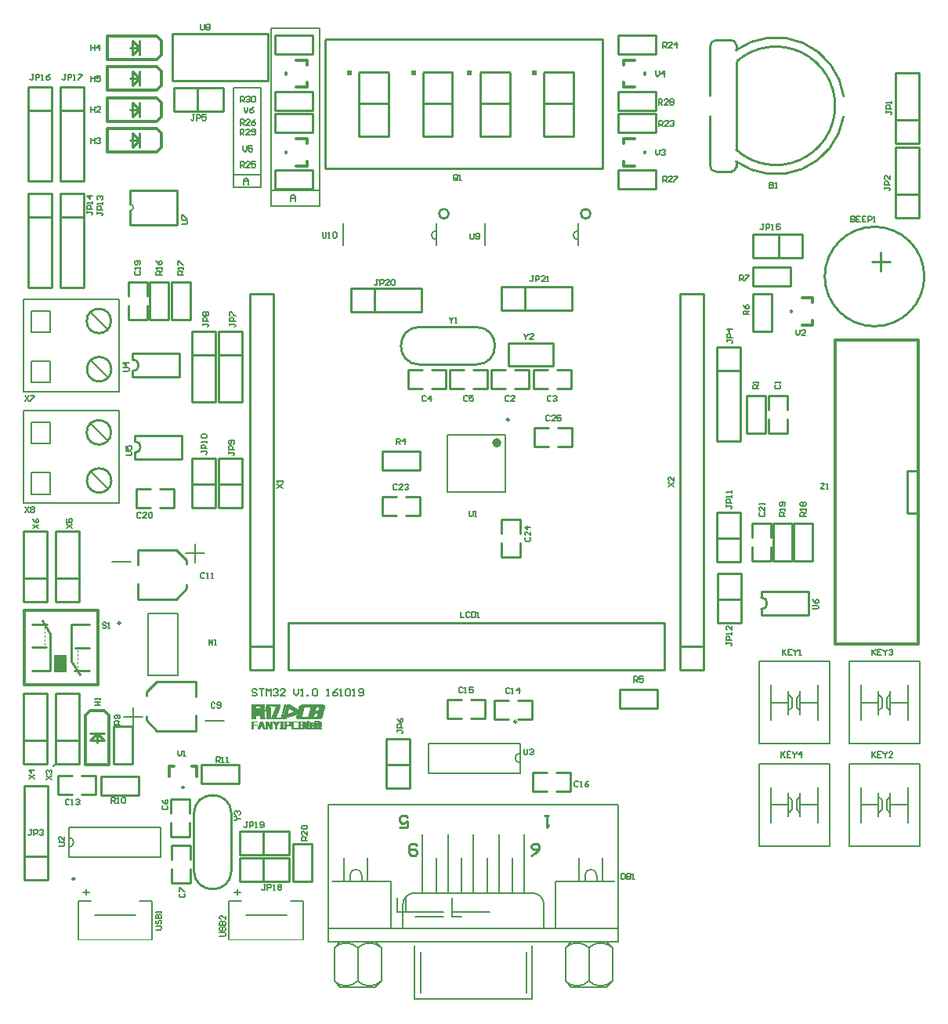
<source format=gto>
G04 Layer_Color=65535*
%FSLAX24Y24*%
%MOIN*%
G70*
G01*
G75*
%ADD10C,0.0050*%
%ADD32C,0.0120*%
%ADD33C,0.0100*%
%ADD34C,0.0060*%
%ADD37C,0.0080*%
%ADD39C,0.0079*%
%ADD63C,0.0098*%
%ADD64C,0.0197*%
%ADD65C,0.0007*%
%ADD66C,0.0039*%
%ADD67R,0.0197X0.0197*%
%ADD68R,0.0197X0.0197*%
%ADD69R,0.0537X0.0739*%
D10*
X24218Y30308D02*
G03*
X24218Y29926I0J-191D01*
G01*
X18187Y30308D02*
G03*
X18187Y29926I0J-191D01*
G01*
X1890Y7514D02*
X2006Y7630D01*
X33520Y10430D02*
X33670Y10580D01*
X33520Y10030D02*
Y10430D01*
Y10030D02*
X33670Y9880D01*
X33320Y10030D02*
Y10430D01*
X33170Y10580D02*
X33320Y10430D01*
X33170Y9880D02*
X33320Y10030D01*
X32420Y10230D02*
X33170D01*
Y9730D02*
Y10730D01*
X33670Y9730D02*
Y10730D01*
Y10230D02*
X34420D01*
Y9480D02*
Y10980D01*
X32420Y9480D02*
Y10980D01*
X31920Y8480D02*
Y11980D01*
X34920D01*
Y8480D02*
Y11980D01*
X31920Y8480D02*
X34920D01*
X37365Y6080D02*
X37515Y6230D01*
X37365Y5680D02*
Y6080D01*
Y5680D02*
X37515Y5530D01*
X37165Y5680D02*
Y6080D01*
X37015Y6230D02*
X37165Y6080D01*
X37015Y5530D02*
X37165Y5680D01*
X36265Y5880D02*
X37015D01*
Y5380D02*
Y6380D01*
X37515Y5380D02*
Y6380D01*
Y5880D02*
X38265D01*
Y5130D02*
Y6630D01*
X36265Y5130D02*
Y6630D01*
X35765Y4130D02*
Y7630D01*
X38765D01*
Y4130D02*
Y7630D01*
X35765Y4130D02*
X38765D01*
X37365Y10430D02*
X37515Y10580D01*
X37365Y10030D02*
Y10430D01*
Y10030D02*
X37515Y9880D01*
X37165Y10030D02*
Y10430D01*
X37015Y10580D02*
X37165Y10430D01*
X37015Y9880D02*
X37165Y10030D01*
X36265Y10230D02*
X37015D01*
Y9730D02*
Y10730D01*
X37515Y9730D02*
Y10730D01*
Y10230D02*
X38265D01*
Y9480D02*
Y10980D01*
X36265Y9480D02*
Y10980D01*
X35765Y8480D02*
Y11980D01*
X38765D01*
Y8480D02*
Y11980D01*
X35765Y8480D02*
X38765D01*
X33520Y6080D02*
X33670Y6230D01*
X33520Y5680D02*
Y6080D01*
Y5680D02*
X33670Y5530D01*
X33320Y5680D02*
Y6080D01*
X33170Y6230D02*
X33320Y6080D01*
X33170Y5530D02*
X33320Y5680D01*
X32420Y5880D02*
X33170D01*
Y5380D02*
Y6380D01*
X33670Y5380D02*
Y6380D01*
Y5880D02*
X34420D01*
Y5130D02*
Y6630D01*
X32420Y5130D02*
Y6630D01*
X31920Y4130D02*
Y7630D01*
X34920D01*
Y4130D02*
Y7630D01*
X31920Y4130D02*
X34920D01*
X11290Y38930D02*
X13220D01*
Y32010D02*
Y38930D01*
X11150Y32010D02*
X13220D01*
X11150D02*
Y38930D01*
X11290D01*
X9580Y36380D02*
X10720D01*
Y32690D02*
Y36380D01*
X9580Y32690D02*
X10720D01*
X9580D02*
Y36380D01*
Y32140D02*
Y32690D01*
Y32140D02*
X10720D01*
Y32690D01*
X13220Y31360D02*
Y32010D01*
X11150Y31360D02*
X13220D01*
X11150D02*
Y32010D01*
X20282Y29676D02*
Y30626D01*
X24218Y29676D02*
Y30626D01*
X18187Y29676D02*
Y30626D01*
X14249Y29676D02*
Y30626D01*
X8830Y7690D02*
Y7930D01*
X8950D01*
X8990Y7890D01*
Y7810D01*
X8950Y7770D01*
X8830D01*
X8910D02*
X8990Y7690D01*
X9070D02*
X9150D01*
X9110D01*
Y7930D01*
X9070Y7890D01*
X9270Y7690D02*
X9350D01*
X9310D01*
Y7930D01*
X9270Y7890D01*
X4370Y5960D02*
Y6200D01*
X4490D01*
X4530Y6160D01*
Y6080D01*
X4490Y6040D01*
X4370D01*
X4450D02*
X4530Y5960D01*
X4610D02*
X4690D01*
X4650D01*
Y6200D01*
X4610Y6160D01*
X4810D02*
X4850Y6200D01*
X4930D01*
X4970Y6160D01*
Y6000D01*
X4930Y5960D01*
X4850D01*
X4810Y6000D01*
Y6160D01*
X31910Y23580D02*
X31670D01*
Y23700D01*
X31710Y23740D01*
X31790D01*
X31830Y23700D01*
Y23580D01*
Y23660D02*
X31910Y23740D01*
Y23820D02*
Y23900D01*
Y23860D01*
X31670D01*
X31710Y23820D01*
X6580Y5840D02*
X6540Y5800D01*
Y5720D01*
X6580Y5680D01*
X6740D01*
X6780Y5720D01*
Y5800D01*
X6740Y5840D01*
X6540Y6080D02*
X6580Y6000D01*
X6660Y5920D01*
X6740D01*
X6780Y5960D01*
Y6040D01*
X6740Y6080D01*
X6700D01*
X6660Y6040D01*
Y5920D01*
X19530Y23250D02*
X19490Y23290D01*
X19410D01*
X19370Y23250D01*
Y23090D01*
X19410Y23050D01*
X19490D01*
X19530Y23090D01*
X19770Y23290D02*
X19610D01*
Y23170D01*
X19690Y23210D01*
X19730D01*
X19770Y23170D01*
Y23090D01*
X19730Y23050D01*
X19650D01*
X19610Y23090D01*
X17750Y23250D02*
X17710Y23290D01*
X17630D01*
X17590Y23250D01*
Y23090D01*
X17630Y23050D01*
X17710D01*
X17750Y23090D01*
X17950Y23050D02*
Y23290D01*
X17830Y23170D01*
X17990D01*
X23080Y23250D02*
X23040Y23290D01*
X22960D01*
X22920Y23250D01*
Y23090D01*
X22960Y23050D01*
X23040D01*
X23080Y23090D01*
X23160Y23250D02*
X23200Y23290D01*
X23280D01*
X23320Y23250D01*
Y23210D01*
X23280Y23170D01*
X23240D01*
X23280D01*
X23320Y23130D01*
Y23090D01*
X23280Y23050D01*
X23200D01*
X23160Y23090D01*
X13350Y30240D02*
Y30040D01*
X13390Y30000D01*
X13470D01*
X13510Y30040D01*
Y30240D01*
X13590Y30000D02*
X13670D01*
X13630D01*
Y30240D01*
X13590Y30200D01*
X13790D02*
X13830Y30240D01*
X13910D01*
X13950Y30200D01*
Y30040D01*
X13910Y30000D01*
X13830D01*
X13790Y30040D01*
Y30200D01*
X19630Y30190D02*
Y29990D01*
X19670Y29950D01*
X19750D01*
X19790Y29990D01*
Y30190D01*
X19870Y29990D02*
X19910Y29950D01*
X19990D01*
X20030Y29990D01*
Y30150D01*
X19990Y30190D01*
X19910D01*
X19870Y30150D01*
Y30110D01*
X19910Y30070D01*
X20030D01*
X2130Y4130D02*
X2330D01*
X2370Y4170D01*
Y4250D01*
X2330Y4290D01*
X2130D01*
X2370Y4530D02*
Y4370D01*
X2210Y4530D01*
X2170D01*
X2130Y4490D01*
Y4410D01*
X2170Y4370D01*
X19090Y32500D02*
Y32660D01*
X19050Y32700D01*
X18970D01*
X18930Y32660D01*
Y32500D01*
X18970Y32460D01*
X19050D01*
X19010Y32540D02*
X19090Y32460D01*
X19050D02*
X19090Y32500D01*
X19170Y32460D02*
X19250D01*
X19210D01*
Y32700D01*
X19170Y32660D01*
X32880Y8140D02*
Y7900D01*
Y7980D01*
X33040Y8140D01*
X32920Y8020D01*
X33040Y7900D01*
X33280Y8140D02*
X33120D01*
Y7900D01*
X33280D01*
X33120Y8020D02*
X33200D01*
X33360Y8140D02*
Y8100D01*
X33440Y8020D01*
X33520Y8100D01*
Y8140D01*
X33440Y8020D02*
Y7900D01*
X33720D02*
Y8140D01*
X33600Y8020D01*
X33760D01*
X36730Y12500D02*
Y12260D01*
Y12340D01*
X36890Y12500D01*
X36770Y12380D01*
X36890Y12260D01*
X37130Y12500D02*
X36970D01*
Y12260D01*
X37130D01*
X36970Y12380D02*
X37050D01*
X37210Y12500D02*
Y12460D01*
X37290Y12380D01*
X37370Y12460D01*
Y12500D01*
X37290Y12380D02*
Y12260D01*
X37450Y12460D02*
X37490Y12500D01*
X37570D01*
X37610Y12460D01*
Y12420D01*
X37570Y12380D01*
X37530D01*
X37570D01*
X37610Y12340D01*
Y12300D01*
X37570Y12260D01*
X37490D01*
X37450Y12300D01*
X36730Y8140D02*
Y7900D01*
Y7980D01*
X36890Y8140D01*
X36770Y8020D01*
X36890Y7900D01*
X37130Y8140D02*
X36970D01*
Y7900D01*
X37130D01*
X36970Y8020D02*
X37050D01*
X37210Y8140D02*
Y8100D01*
X37290Y8020D01*
X37370Y8100D01*
Y8140D01*
X37290Y8020D02*
Y7900D01*
X37610D02*
X37450D01*
X37610Y8060D01*
Y8100D01*
X37570Y8140D01*
X37490D01*
X37450Y8100D01*
X32920Y12500D02*
Y12260D01*
Y12340D01*
X33080Y12500D01*
X32960Y12380D01*
X33080Y12260D01*
X33320Y12500D02*
X33160D01*
Y12260D01*
X33320D01*
X33160Y12380D02*
X33240D01*
X33400Y12500D02*
Y12460D01*
X33480Y12380D01*
X33560Y12460D01*
Y12500D01*
X33480Y12380D02*
Y12260D01*
X33640D02*
X33720D01*
X33680D01*
Y12500D01*
X33640Y12460D01*
X34550Y19570D02*
X34710D01*
Y19530D01*
X34550Y19370D01*
Y19330D01*
X34710D01*
X34790D02*
X34870D01*
X34830D01*
Y19570D01*
X34790Y19530D01*
X9610Y5220D02*
X9650D01*
X9730Y5300D01*
X9650Y5380D01*
X9610D01*
X9730Y5300D02*
X9850D01*
X9650Y5460D02*
X9610Y5500D01*
Y5580D01*
X9650Y5620D01*
X9690D01*
X9730Y5580D01*
Y5540D01*
Y5580D01*
X9770Y5620D01*
X9810D01*
X9850Y5580D01*
Y5500D01*
X9810Y5460D01*
X21930Y25920D02*
Y25880D01*
X22010Y25800D01*
X22090Y25880D01*
Y25920D01*
X22010Y25800D02*
Y25680D01*
X22330D02*
X22170D01*
X22330Y25840D01*
Y25880D01*
X22290Y25920D01*
X22210D01*
X22170Y25880D01*
X18750Y26620D02*
Y26580D01*
X18830Y26500D01*
X18910Y26580D01*
Y26620D01*
X18830Y26500D02*
Y26380D01*
X18990D02*
X19070D01*
X19030D01*
Y26620D01*
X18990Y26580D01*
X700Y18560D02*
X860Y18320D01*
Y18560D02*
X700Y18320D01*
X940Y18520D02*
X980Y18560D01*
X1060D01*
X1100Y18520D01*
Y18480D01*
X1060Y18440D01*
X1100Y18400D01*
Y18360D01*
X1060Y18320D01*
X980D01*
X940Y18360D01*
Y18400D01*
X980Y18440D01*
X940Y18480D01*
Y18520D01*
X980Y18440D02*
X1060D01*
X690Y23290D02*
X850Y23050D01*
Y23290D02*
X690Y23050D01*
X930Y23290D02*
X1090D01*
Y23250D01*
X930Y23090D01*
Y23050D01*
X1030Y17640D02*
X1270Y17800D01*
X1030D02*
X1270Y17640D01*
X1030Y18040D02*
X1070Y17960D01*
X1150Y17880D01*
X1230D01*
X1270Y17920D01*
Y18000D01*
X1230Y18040D01*
X1190D01*
X1150Y18000D01*
Y17880D01*
X2470Y17660D02*
X2710Y17820D01*
X2470D02*
X2710Y17660D01*
X2470Y18060D02*
Y17900D01*
X2590D01*
X2550Y17980D01*
Y18020D01*
X2590Y18060D01*
X2670D01*
X2710Y18020D01*
Y17940D01*
X2670Y17900D01*
X850Y6980D02*
X1090Y7140D01*
X850D02*
X1090Y6980D01*
Y7340D02*
X850D01*
X970Y7220D01*
Y7380D01*
X1600Y6960D02*
X1840Y7120D01*
X1600D02*
X1840Y6960D01*
X1640Y7200D02*
X1600Y7240D01*
Y7320D01*
X1640Y7360D01*
X1680D01*
X1720Y7320D01*
Y7280D01*
Y7320D01*
X1760Y7360D01*
X1800D01*
X1840Y7320D01*
Y7240D01*
X1800Y7200D01*
X28050Y19430D02*
X28290Y19590D01*
X28050D02*
X28290Y19430D01*
Y19830D02*
Y19670D01*
X28130Y19830D01*
X28090D01*
X28050Y19790D01*
Y19710D01*
X28090Y19670D01*
X11412Y19362D02*
X11652Y19522D01*
X11412D02*
X11652Y19362D01*
Y19602D02*
Y19682D01*
Y19642D01*
X11412D01*
X11452Y19602D01*
X10020Y35570D02*
Y35410D01*
X10100Y35330D01*
X10180Y35410D01*
Y35570D01*
X10420D02*
X10340Y35530D01*
X10260Y35450D01*
Y35370D01*
X10300Y35330D01*
X10380D01*
X10420Y35370D01*
Y35410D01*
X10380Y35450D01*
X10260D01*
X9970Y33910D02*
Y33750D01*
X10050Y33670D01*
X10130Y33750D01*
Y33910D01*
X10370D02*
X10210D01*
Y33790D01*
X10290Y33830D01*
X10330D01*
X10370Y33790D01*
Y33710D01*
X10330Y33670D01*
X10250D01*
X10210Y33710D01*
X27530Y37110D02*
Y36950D01*
X27610Y36870D01*
X27690Y36950D01*
Y37110D01*
X27890Y36870D02*
Y37110D01*
X27770Y36990D01*
X27930D01*
X27530Y33760D02*
Y33600D01*
X27610Y33520D01*
X27690Y33600D01*
Y33760D01*
X27770Y33720D02*
X27810Y33760D01*
X27890D01*
X27930Y33720D01*
Y33680D01*
X27890Y33640D01*
X27850D01*
X27890D01*
X27930Y33600D01*
Y33560D01*
X27890Y33520D01*
X27810D01*
X27770Y33560D01*
X33490Y26080D02*
Y25920D01*
X33570Y25840D01*
X33650Y25920D01*
Y26080D01*
X33890Y25840D02*
X33730D01*
X33890Y26000D01*
Y26040D01*
X33850Y26080D01*
X33770D01*
X33730Y26040D01*
X7200Y8180D02*
Y8020D01*
X7280Y7940D01*
X7360Y8020D01*
Y8180D01*
X7440Y7940D02*
X7520D01*
X7480D01*
Y8180D01*
X7440Y8140D01*
X8980Y290D02*
X9180D01*
X9220Y330D01*
Y410D01*
X9180Y450D01*
X8980D01*
X9020Y690D02*
X8980Y650D01*
Y570D01*
X9020Y530D01*
X9060D01*
X9100Y570D01*
Y650D01*
X9140Y690D01*
X9180D01*
X9220Y650D01*
Y570D01*
X9180Y530D01*
X8980Y770D02*
X9220D01*
Y890D01*
X9180Y930D01*
X9140D01*
X9100Y890D01*
Y770D01*
Y890D01*
X9060Y930D01*
X9020D01*
X8980Y890D01*
Y770D01*
X9220Y1170D02*
Y1010D01*
X9060Y1170D01*
X9020D01*
X8980Y1130D01*
Y1050D01*
X9020Y1010D01*
X6250Y570D02*
X6450D01*
X6490Y610D01*
Y690D01*
X6450Y730D01*
X6250D01*
X6290Y970D02*
X6250Y930D01*
Y850D01*
X6290Y810D01*
X6330D01*
X6370Y850D01*
Y930D01*
X6410Y970D01*
X6450D01*
X6490Y930D01*
Y850D01*
X6450Y810D01*
X6250Y1050D02*
X6490D01*
Y1170D01*
X6450Y1210D01*
X6410D01*
X6370Y1170D01*
Y1050D01*
Y1170D01*
X6330Y1210D01*
X6290D01*
X6250Y1170D01*
Y1050D01*
X6490Y1290D02*
Y1370D01*
Y1330D01*
X6250D01*
X6290Y1290D01*
X8160Y39080D02*
Y38880D01*
X8200Y38840D01*
X8280D01*
X8320Y38880D01*
Y39080D01*
X8400Y39040D02*
X8440Y39080D01*
X8520D01*
X8560Y39040D01*
Y39000D01*
X8520Y38960D01*
X8560Y38920D01*
Y38880D01*
X8520Y38840D01*
X8440D01*
X8400Y38880D01*
Y38920D01*
X8440Y38960D01*
X8400Y39000D01*
Y39040D01*
X8440Y38960D02*
X8520D01*
X7360Y30590D02*
X7560D01*
X7600Y30630D01*
Y30710D01*
X7560Y30750D01*
X7360D01*
Y30830D02*
Y30990D01*
X7400D01*
X7560Y30830D01*
X7600D01*
X34210Y14210D02*
X34410D01*
X34450Y14250D01*
Y14330D01*
X34410Y14370D01*
X34210D01*
Y14610D02*
X34250Y14530D01*
X34330Y14450D01*
X34410D01*
X34450Y14490D01*
Y14570D01*
X34410Y14610D01*
X34370D01*
X34330Y14570D01*
Y14450D01*
X4990Y20750D02*
X5190D01*
X5230Y20790D01*
Y20870D01*
X5190Y20910D01*
X4990D01*
Y21150D02*
Y20990D01*
X5110D01*
X5070Y21070D01*
Y21110D01*
X5110Y21150D01*
X5190D01*
X5230Y21110D01*
Y21030D01*
X5190Y20990D01*
X4880Y24330D02*
X5080D01*
X5120Y24370D01*
Y24450D01*
X5080Y24490D01*
X4880D01*
X5120Y24690D02*
X4880D01*
X5000Y24570D01*
Y24730D01*
X21920Y8250D02*
Y8050D01*
X21960Y8010D01*
X22040D01*
X22080Y8050D01*
Y8250D01*
X22160Y8210D02*
X22200Y8250D01*
X22280D01*
X22320Y8210D01*
Y8170D01*
X22280Y8130D01*
X22240D01*
X22280D01*
X22320Y8090D01*
Y8050D01*
X22280Y8010D01*
X22200D01*
X22160Y8050D01*
X19590Y18390D02*
Y18190D01*
X19630Y18150D01*
X19710D01*
X19750Y18190D01*
Y18390D01*
X19830Y18150D02*
X19910D01*
X19870D01*
Y18390D01*
X19830Y18350D01*
X4150Y13600D02*
X4110Y13640D01*
X4030D01*
X3990Y13600D01*
Y13560D01*
X4030Y13520D01*
X4110D01*
X4150Y13480D01*
Y13440D01*
X4110Y13400D01*
X4030D01*
X3990Y13440D01*
X4230Y13400D02*
X4310D01*
X4270D01*
Y13640D01*
X4230Y13600D01*
X9860Y35780D02*
Y36020D01*
X9980D01*
X10020Y35980D01*
Y35900D01*
X9980Y35860D01*
X9860D01*
X9940D02*
X10020Y35780D01*
X10100Y35980D02*
X10140Y36020D01*
X10220D01*
X10260Y35980D01*
Y35940D01*
X10220Y35900D01*
X10180D01*
X10220D01*
X10260Y35860D01*
Y35820D01*
X10220Y35780D01*
X10140D01*
X10100Y35820D01*
X10340Y35980D02*
X10380Y36020D01*
X10460D01*
X10500Y35980D01*
Y35820D01*
X10460Y35780D01*
X10380D01*
X10340Y35820D01*
Y35980D01*
X9850Y34390D02*
Y34630D01*
X9970D01*
X10010Y34590D01*
Y34510D01*
X9970Y34470D01*
X9850D01*
X9930D02*
X10010Y34390D01*
X10250D02*
X10090D01*
X10250Y34550D01*
Y34590D01*
X10210Y34630D01*
X10130D01*
X10090Y34590D01*
X10330Y34430D02*
X10370Y34390D01*
X10450D01*
X10490Y34430D01*
Y34590D01*
X10450Y34630D01*
X10370D01*
X10330Y34590D01*
Y34550D01*
X10370Y34510D01*
X10490D01*
X27650Y35670D02*
Y35910D01*
X27770D01*
X27810Y35870D01*
Y35790D01*
X27770Y35750D01*
X27650D01*
X27730D02*
X27810Y35670D01*
X28050D02*
X27890D01*
X28050Y35830D01*
Y35870D01*
X28010Y35910D01*
X27930D01*
X27890Y35870D01*
X28130D02*
X28170Y35910D01*
X28250D01*
X28290Y35870D01*
Y35830D01*
X28250Y35790D01*
X28290Y35750D01*
Y35710D01*
X28250Y35670D01*
X28170D01*
X28130Y35710D01*
Y35750D01*
X28170Y35790D01*
X28130Y35830D01*
Y35870D01*
X28170Y35790D02*
X28250D01*
X27830Y32380D02*
Y32620D01*
X27950D01*
X27990Y32580D01*
Y32500D01*
X27950Y32460D01*
X27830D01*
X27910D02*
X27990Y32380D01*
X28230D02*
X28070D01*
X28230Y32540D01*
Y32580D01*
X28190Y32620D01*
X28110D01*
X28070Y32580D01*
X28310Y32620D02*
X28470D01*
Y32580D01*
X28310Y32420D01*
Y32380D01*
X9860Y34800D02*
Y35040D01*
X9980D01*
X10020Y35000D01*
Y34920D01*
X9980Y34880D01*
X9860D01*
X9940D02*
X10020Y34800D01*
X10260D02*
X10100D01*
X10260Y34960D01*
Y35000D01*
X10220Y35040D01*
X10140D01*
X10100Y35000D01*
X10500Y35040D02*
X10420Y35000D01*
X10340Y34920D01*
Y34840D01*
X10380Y34800D01*
X10460D01*
X10500Y34840D01*
Y34880D01*
X10460Y34920D01*
X10340D01*
X9860Y33000D02*
Y33240D01*
X9980D01*
X10020Y33200D01*
Y33120D01*
X9980Y33080D01*
X9860D01*
X9940D02*
X10020Y33000D01*
X10260D02*
X10100D01*
X10260Y33160D01*
Y33200D01*
X10220Y33240D01*
X10140D01*
X10100Y33200D01*
X10500Y33240D02*
X10340D01*
Y33120D01*
X10420Y33160D01*
X10460D01*
X10500Y33120D01*
Y33040D01*
X10460Y33000D01*
X10380D01*
X10340Y33040D01*
X27830Y38090D02*
Y38330D01*
X27950D01*
X27990Y38290D01*
Y38210D01*
X27950Y38170D01*
X27830D01*
X27910D02*
X27990Y38090D01*
X28230D02*
X28070D01*
X28230Y38250D01*
Y38290D01*
X28190Y38330D01*
X28110D01*
X28070Y38290D01*
X28430Y38090D02*
Y38330D01*
X28310Y38210D01*
X28470D01*
X27660Y34740D02*
Y34980D01*
X27780D01*
X27820Y34940D01*
Y34860D01*
X27780Y34820D01*
X27660D01*
X27740D02*
X27820Y34740D01*
X28060D02*
X27900D01*
X28060Y34900D01*
Y34940D01*
X28020Y34980D01*
X27940D01*
X27900Y34940D01*
X28140D02*
X28180Y34980D01*
X28260D01*
X28300Y34940D01*
Y34900D01*
X28260Y34860D01*
X28220D01*
X28260D01*
X28300Y34820D01*
Y34780D01*
X28260Y34740D01*
X28180D01*
X28140Y34780D01*
X12700Y4360D02*
X12460D01*
Y4480D01*
X12500Y4520D01*
X12580D01*
X12620Y4480D01*
Y4360D01*
Y4440D02*
X12700Y4520D01*
Y4760D02*
Y4600D01*
X12540Y4760D01*
X12500D01*
X12460Y4720D01*
Y4640D01*
X12500Y4600D01*
Y4840D02*
X12460Y4880D01*
Y4960D01*
X12500Y5000D01*
X12660D01*
X12700Y4960D01*
Y4880D01*
X12660Y4840D01*
X12500D01*
X33040Y18160D02*
X32800D01*
Y18280D01*
X32840Y18320D01*
X32920D01*
X32960Y18280D01*
Y18160D01*
Y18240D02*
X33040Y18320D01*
Y18400D02*
Y18480D01*
Y18440D01*
X32800D01*
X32840Y18400D01*
X33000Y18600D02*
X33040Y18640D01*
Y18720D01*
X33000Y18760D01*
X32840D01*
X32800Y18720D01*
Y18640D01*
X32840Y18600D01*
X32880D01*
X32920Y18640D01*
Y18760D01*
X33920Y18160D02*
X33680D01*
Y18280D01*
X33720Y18320D01*
X33800D01*
X33840Y18280D01*
Y18160D01*
Y18240D02*
X33920Y18320D01*
Y18400D02*
Y18480D01*
Y18440D01*
X33680D01*
X33720Y18400D01*
Y18600D02*
X33680Y18640D01*
Y18720D01*
X33720Y18760D01*
X33760D01*
X33800Y18720D01*
X33840Y18760D01*
X33880D01*
X33920Y18720D01*
Y18640D01*
X33880Y18600D01*
X33840D01*
X33800Y18640D01*
X33760Y18600D01*
X33720D01*
X33800Y18640D02*
Y18720D01*
X7440Y28430D02*
X7200D01*
Y28550D01*
X7240Y28590D01*
X7320D01*
X7360Y28550D01*
Y28430D01*
Y28510D02*
X7440Y28590D01*
Y28670D02*
Y28750D01*
Y28710D01*
X7200D01*
X7240Y28670D01*
X7200Y28870D02*
Y29030D01*
X7240D01*
X7400Y28870D01*
X7440D01*
X6520Y28430D02*
X6280D01*
Y28550D01*
X6320Y28590D01*
X6400D01*
X6440Y28550D01*
Y28430D01*
Y28510D02*
X6520Y28590D01*
Y28670D02*
Y28750D01*
Y28710D01*
X6280D01*
X6320Y28670D01*
X6280Y29030D02*
X6320Y28950D01*
X6400Y28870D01*
X6480D01*
X6520Y28910D01*
Y28990D01*
X6480Y29030D01*
X6440D01*
X6400Y28990D01*
Y28870D01*
X4740Y9300D02*
X4500D01*
Y9420D01*
X4540Y9460D01*
X4620D01*
X4660Y9420D01*
Y9300D01*
Y9380D02*
X4740Y9460D01*
X4700Y9540D02*
X4740Y9580D01*
Y9660D01*
X4700Y9700D01*
X4540D01*
X4500Y9660D01*
Y9580D01*
X4540Y9540D01*
X4580D01*
X4620Y9580D01*
Y9700D01*
X31090Y28180D02*
Y28420D01*
X31210D01*
X31250Y28380D01*
Y28300D01*
X31210Y28260D01*
X31090D01*
X31170D02*
X31250Y28180D01*
X31330Y28420D02*
X31490D01*
Y28380D01*
X31330Y28220D01*
Y28180D01*
X31490Y26740D02*
X31250D01*
Y26860D01*
X31290Y26900D01*
X31370D01*
X31410Y26860D01*
Y26740D01*
Y26820D02*
X31490Y26900D01*
X31250Y27140D02*
X31290Y27060D01*
X31370Y26980D01*
X31450D01*
X31490Y27020D01*
Y27100D01*
X31450Y27140D01*
X31410D01*
X31370Y27100D01*
Y26980D01*
X26600Y11100D02*
Y11340D01*
X26720D01*
X26760Y11300D01*
Y11220D01*
X26720Y11180D01*
X26600D01*
X26680D02*
X26760Y11100D01*
X27000Y11340D02*
X26840D01*
Y11220D01*
X26920Y11260D01*
X26960D01*
X27000Y11220D01*
Y11140D01*
X26960Y11100D01*
X26880D01*
X26840Y11140D01*
X16490Y21230D02*
Y21470D01*
X16610D01*
X16650Y21430D01*
Y21350D01*
X16610Y21310D01*
X16490D01*
X16570D02*
X16650Y21230D01*
X16850D02*
Y21470D01*
X16730Y21350D01*
X16890D01*
X8520Y12690D02*
Y12930D01*
X8680Y12690D01*
Y12930D01*
X8760Y12690D02*
X8840D01*
X8800D01*
Y12930D01*
X8760Y12890D01*
X19220Y14080D02*
Y13840D01*
X19380D01*
X19620Y14040D02*
X19580Y14080D01*
X19500D01*
X19460Y14040D01*
Y13880D01*
X19500Y13840D01*
X19580D01*
X19620Y13880D01*
X19700Y14080D02*
Y13840D01*
X19820D01*
X19860Y13880D01*
Y14040D01*
X19820Y14080D01*
X19700D01*
X19940Y13840D02*
X20020D01*
X19980D01*
Y14080D01*
X19940Y14040D01*
X22340Y28380D02*
X22260D01*
X22300D01*
Y28180D01*
X22260Y28140D01*
X22220D01*
X22180Y28180D01*
X22420Y28140D02*
Y28380D01*
X22540D01*
X22580Y28340D01*
Y28260D01*
X22540Y28220D01*
X22420D01*
X22820Y28140D02*
X22660D01*
X22820Y28300D01*
Y28340D01*
X22780Y28380D01*
X22700D01*
X22660Y28340D01*
X22900Y28140D02*
X22980D01*
X22940D01*
Y28380D01*
X22900Y28340D01*
X15720Y28230D02*
X15640D01*
X15680D01*
Y28030D01*
X15640Y27990D01*
X15600D01*
X15560Y28030D01*
X15800Y27990D02*
Y28230D01*
X15920D01*
X15960Y28190D01*
Y28110D01*
X15920Y28070D01*
X15800D01*
X16200Y27990D02*
X16040D01*
X16200Y28150D01*
Y28190D01*
X16160Y28230D01*
X16080D01*
X16040Y28190D01*
X16280D02*
X16320Y28230D01*
X16400D01*
X16440Y28190D01*
Y28030D01*
X16400Y27990D01*
X16320D01*
X16280Y28030D01*
Y28190D01*
X10170Y5150D02*
X10090D01*
X10130D01*
Y4950D01*
X10090Y4910D01*
X10050D01*
X10010Y4950D01*
X10250Y4910D02*
Y5150D01*
X10370D01*
X10410Y5110D01*
Y5030D01*
X10370Y4990D01*
X10250D01*
X10490Y4910D02*
X10570D01*
X10530D01*
Y5150D01*
X10490Y5110D01*
X10690Y4950D02*
X10730Y4910D01*
X10810D01*
X10850Y4950D01*
Y5110D01*
X10810Y5150D01*
X10730D01*
X10690Y5110D01*
Y5070D01*
X10730Y5030D01*
X10850D01*
X10930Y2500D02*
X10850D01*
X10890D01*
Y2300D01*
X10850Y2260D01*
X10810D01*
X10770Y2300D01*
X11010Y2260D02*
Y2500D01*
X11130D01*
X11170Y2460D01*
Y2380D01*
X11130Y2340D01*
X11010D01*
X11250Y2260D02*
X11330D01*
X11290D01*
Y2500D01*
X11250Y2460D01*
X11450D02*
X11490Y2500D01*
X11570D01*
X11610Y2460D01*
Y2420D01*
X11570Y2380D01*
X11610Y2340D01*
Y2300D01*
X11570Y2260D01*
X11490D01*
X11450Y2300D01*
Y2340D01*
X11490Y2380D01*
X11450Y2420D01*
Y2460D01*
X11490Y2380D02*
X11570D01*
X2440Y36970D02*
X2360D01*
X2400D01*
Y36770D01*
X2360Y36730D01*
X2320D01*
X2280Y36770D01*
X2520Y36730D02*
Y36970D01*
X2640D01*
X2680Y36930D01*
Y36850D01*
X2640Y36810D01*
X2520D01*
X2760Y36730D02*
X2840D01*
X2800D01*
Y36970D01*
X2760Y36930D01*
X2960Y36970D02*
X3120D01*
Y36930D01*
X2960Y36770D01*
Y36730D01*
X1070Y36970D02*
X990D01*
X1030D01*
Y36770D01*
X990Y36730D01*
X950D01*
X910Y36770D01*
X1150Y36730D02*
Y36970D01*
X1270D01*
X1310Y36930D01*
Y36850D01*
X1270Y36810D01*
X1150D01*
X1390Y36730D02*
X1470D01*
X1430D01*
Y36970D01*
X1390Y36930D01*
X1750Y36970D02*
X1670Y36930D01*
X1590Y36850D01*
Y36770D01*
X1630Y36730D01*
X1710D01*
X1750Y36770D01*
Y36810D01*
X1710Y36850D01*
X1590D01*
X32140Y30580D02*
X32060D01*
X32100D01*
Y30380D01*
X32060Y30340D01*
X32020D01*
X31980Y30380D01*
X32220Y30340D02*
Y30580D01*
X32340D01*
X32380Y30540D01*
Y30460D01*
X32340Y30420D01*
X32220D01*
X32460Y30340D02*
X32540D01*
X32500D01*
Y30580D01*
X32460Y30540D01*
X32820Y30580D02*
X32660D01*
Y30460D01*
X32740Y30500D01*
X32780D01*
X32820Y30460D01*
Y30380D01*
X32780Y30340D01*
X32700D01*
X32660Y30380D01*
X3340Y31140D02*
Y31060D01*
Y31100D01*
X3540D01*
X3580Y31060D01*
Y31020D01*
X3540Y30980D01*
X3580Y31220D02*
X3340D01*
Y31340D01*
X3380Y31380D01*
X3460D01*
X3500Y31340D01*
Y31220D01*
X3580Y31460D02*
Y31540D01*
Y31500D01*
X3340D01*
X3380Y31460D01*
X3580Y31780D02*
X3340D01*
X3460Y31660D01*
Y31820D01*
X3770Y31110D02*
Y31030D01*
Y31070D01*
X3970D01*
X4010Y31030D01*
Y30990D01*
X3970Y30950D01*
X4010Y31190D02*
X3770D01*
Y31310D01*
X3810Y31350D01*
X3890D01*
X3930Y31310D01*
Y31190D01*
X4010Y31430D02*
Y31510D01*
Y31470D01*
X3770D01*
X3810Y31430D01*
Y31630D02*
X3770Y31670D01*
Y31750D01*
X3810Y31790D01*
X3850D01*
X3890Y31750D01*
Y31710D01*
Y31750D01*
X3930Y31790D01*
X3970D01*
X4010Y31750D01*
Y31670D01*
X3970Y31630D01*
X30520Y12810D02*
Y12730D01*
Y12770D01*
X30720D01*
X30760Y12730D01*
Y12690D01*
X30720Y12650D01*
X30760Y12890D02*
X30520D01*
Y13010D01*
X30560Y13050D01*
X30640D01*
X30680Y13010D01*
Y12890D01*
X30760Y13130D02*
Y13210D01*
Y13170D01*
X30520D01*
X30560Y13130D01*
X30760Y13490D02*
Y13330D01*
X30600Y13490D01*
X30560D01*
X30520Y13450D01*
Y13370D01*
X30560Y13330D01*
X30540Y18640D02*
Y18560D01*
Y18600D01*
X30740D01*
X30780Y18560D01*
Y18520D01*
X30740Y18480D01*
X30780Y18720D02*
X30540D01*
Y18840D01*
X30580Y18880D01*
X30660D01*
X30700Y18840D01*
Y18720D01*
X30780Y18960D02*
Y19040D01*
Y19000D01*
X30540D01*
X30580Y18960D01*
X30780Y19160D02*
Y19240D01*
Y19200D01*
X30540D01*
X30580Y19160D01*
X8190Y20960D02*
Y20880D01*
Y20920D01*
X8390D01*
X8430Y20880D01*
Y20840D01*
X8390Y20800D01*
X8430Y21040D02*
X8190D01*
Y21160D01*
X8230Y21200D01*
X8310D01*
X8350Y21160D01*
Y21040D01*
X8430Y21280D02*
Y21360D01*
Y21320D01*
X8190D01*
X8230Y21280D01*
Y21480D02*
X8190Y21520D01*
Y21600D01*
X8230Y21640D01*
X8390D01*
X8430Y21600D01*
Y21520D01*
X8390Y21480D01*
X8230D01*
X9360Y20910D02*
Y20830D01*
Y20870D01*
X9560D01*
X9600Y20830D01*
Y20790D01*
X9560Y20750D01*
X9600Y20990D02*
X9360D01*
Y21110D01*
X9400Y21150D01*
X9480D01*
X9520Y21110D01*
Y20990D01*
X9560Y21230D02*
X9600Y21270D01*
Y21350D01*
X9560Y21390D01*
X9400D01*
X9360Y21350D01*
Y21270D01*
X9400Y21230D01*
X9440D01*
X9480Y21270D01*
Y21390D01*
X8270Y26370D02*
Y26290D01*
Y26330D01*
X8470D01*
X8510Y26290D01*
Y26250D01*
X8470Y26210D01*
X8510Y26450D02*
X8270D01*
Y26570D01*
X8310Y26610D01*
X8390D01*
X8430Y26570D01*
Y26450D01*
X8310Y26690D02*
X8270Y26730D01*
Y26810D01*
X8310Y26850D01*
X8350D01*
X8390Y26810D01*
X8430Y26850D01*
X8470D01*
X8510Y26810D01*
Y26730D01*
X8470Y26690D01*
X8430D01*
X8390Y26730D01*
X8350Y26690D01*
X8310D01*
X8390Y26730D02*
Y26810D01*
X9410Y26370D02*
Y26290D01*
Y26330D01*
X9610D01*
X9650Y26290D01*
Y26250D01*
X9610Y26210D01*
X9650Y26450D02*
X9410D01*
Y26570D01*
X9450Y26610D01*
X9530D01*
X9570Y26570D01*
Y26450D01*
X9410Y26690D02*
Y26850D01*
X9450D01*
X9610Y26690D01*
X9650D01*
X16540Y9080D02*
Y9000D01*
Y9040D01*
X16740D01*
X16780Y9000D01*
Y8960D01*
X16740Y8920D01*
X16780Y9160D02*
X16540D01*
Y9280D01*
X16580Y9320D01*
X16660D01*
X16700Y9280D01*
Y9160D01*
X16540Y9560D02*
X16580Y9480D01*
X16660Y9400D01*
X16740D01*
X16780Y9440D01*
Y9520D01*
X16740Y9560D01*
X16700D01*
X16660Y9520D01*
Y9400D01*
X7910Y35240D02*
X7830D01*
X7870D01*
Y35040D01*
X7830Y35000D01*
X7790D01*
X7750Y35040D01*
X7990Y35000D02*
Y35240D01*
X8110D01*
X8150Y35200D01*
Y35120D01*
X8110Y35080D01*
X7990D01*
X8390Y35240D02*
X8230D01*
Y35120D01*
X8310Y35160D01*
X8350D01*
X8390Y35120D01*
Y35040D01*
X8350Y35000D01*
X8270D01*
X8230Y35040D01*
X30550Y25680D02*
Y25600D01*
Y25640D01*
X30750D01*
X30790Y25600D01*
Y25560D01*
X30750Y25520D01*
X30790Y25760D02*
X30550D01*
Y25880D01*
X30590Y25920D01*
X30670D01*
X30710Y25880D01*
Y25760D01*
X30790Y26120D02*
X30550D01*
X30670Y26000D01*
Y26160D01*
X990Y4820D02*
X910D01*
X950D01*
Y4620D01*
X910Y4580D01*
X870D01*
X830Y4620D01*
X1070Y4580D02*
Y4820D01*
X1190D01*
X1230Y4780D01*
Y4700D01*
X1190Y4660D01*
X1070D01*
X1310Y4780D02*
X1350Y4820D01*
X1430D01*
X1470Y4780D01*
Y4740D01*
X1430Y4700D01*
X1390D01*
X1430D01*
X1470Y4660D01*
Y4620D01*
X1430Y4580D01*
X1350D01*
X1310Y4620D01*
X37260Y32170D02*
Y32090D01*
Y32130D01*
X37460D01*
X37500Y32090D01*
Y32050D01*
X37460Y32010D01*
X37500Y32250D02*
X37260D01*
Y32370D01*
X37300Y32410D01*
X37380D01*
X37420Y32370D01*
Y32250D01*
X37500Y32650D02*
Y32490D01*
X37340Y32650D01*
X37300D01*
X37260Y32610D01*
Y32530D01*
X37300Y32490D01*
X37330Y35410D02*
Y35330D01*
Y35370D01*
X37530D01*
X37570Y35330D01*
Y35290D01*
X37530Y35250D01*
X37570Y35490D02*
X37330D01*
Y35610D01*
X37370Y35650D01*
X37450D01*
X37490Y35610D01*
Y35490D01*
X37570Y35730D02*
Y35810D01*
Y35770D01*
X37330D01*
X37370Y35730D01*
X3500Y36900D02*
Y36660D01*
Y36780D01*
X3660D01*
Y36900D01*
Y36660D01*
X3900Y36900D02*
X3740D01*
Y36780D01*
X3820Y36820D01*
X3860D01*
X3900Y36780D01*
Y36700D01*
X3860Y36660D01*
X3780D01*
X3740Y36700D01*
X3500Y38220D02*
Y37980D01*
Y38100D01*
X3660D01*
Y38220D01*
Y37980D01*
X3860D02*
Y38220D01*
X3740Y38100D01*
X3900D01*
X3500Y34260D02*
Y34020D01*
Y34140D01*
X3660D01*
Y34260D01*
Y34020D01*
X3740Y34220D02*
X3780Y34260D01*
X3860D01*
X3900Y34220D01*
Y34180D01*
X3860Y34140D01*
X3820D01*
X3860D01*
X3900Y34100D01*
Y34060D01*
X3860Y34020D01*
X3780D01*
X3740Y34060D01*
X3500Y35580D02*
Y35340D01*
Y35460D01*
X3660D01*
Y35580D01*
Y35340D01*
X3900D02*
X3740D01*
X3900Y35500D01*
Y35540D01*
X3860Y35580D01*
X3780D01*
X3740Y35540D01*
X3670Y10110D02*
X3910D01*
X3790D01*
Y10270D01*
X3670D01*
X3910D01*
Y10350D02*
Y10430D01*
Y10390D01*
X3670D01*
X3710Y10350D01*
X26060Y2950D02*
Y2710D01*
X26180D01*
X26220Y2750D01*
Y2910D01*
X26180Y2950D01*
X26060D01*
X26300D02*
Y2710D01*
X26420D01*
X26460Y2750D01*
Y2790D01*
X26420Y2830D01*
X26300D01*
X26420D01*
X26460Y2870D01*
Y2910D01*
X26420Y2950D01*
X26300D01*
X26540Y2710D02*
X26620D01*
X26580D01*
Y2950D01*
X26540Y2910D01*
X23020Y22410D02*
X22980Y22450D01*
X22900D01*
X22860Y22410D01*
Y22250D01*
X22900Y22210D01*
X22980D01*
X23020Y22250D01*
X23260Y22210D02*
X23100D01*
X23260Y22370D01*
Y22410D01*
X23220Y22450D01*
X23140D01*
X23100Y22410D01*
X23500Y22450D02*
X23340D01*
Y22330D01*
X23420Y22370D01*
X23460D01*
X23500Y22330D01*
Y22250D01*
X23460Y22210D01*
X23380D01*
X23340Y22250D01*
X22000Y17260D02*
X21960Y17220D01*
Y17140D01*
X22000Y17100D01*
X22160D01*
X22200Y17140D01*
Y17220D01*
X22160Y17260D01*
X22200Y17500D02*
Y17340D01*
X22040Y17500D01*
X22000D01*
X21960Y17460D01*
Y17380D01*
X22000Y17340D01*
X22200Y17700D02*
X21960D01*
X22080Y17580D01*
Y17740D01*
X16530Y19480D02*
X16490Y19520D01*
X16410D01*
X16370Y19480D01*
Y19320D01*
X16410Y19280D01*
X16490D01*
X16530Y19320D01*
X16770Y19280D02*
X16610D01*
X16770Y19440D01*
Y19480D01*
X16730Y19520D01*
X16650D01*
X16610Y19480D01*
X16850D02*
X16890Y19520D01*
X16970D01*
X17010Y19480D01*
Y19440D01*
X16970Y19400D01*
X16930D01*
X16970D01*
X17010Y19360D01*
Y19320D01*
X16970Y19280D01*
X16890D01*
X16850Y19320D01*
X31960Y18320D02*
X31920Y18280D01*
Y18200D01*
X31960Y18160D01*
X32120D01*
X32160Y18200D01*
Y18280D01*
X32120Y18320D01*
X32160Y18560D02*
Y18400D01*
X32000Y18560D01*
X31960D01*
X31920Y18520D01*
Y18440D01*
X31960Y18400D01*
X32160Y18640D02*
Y18720D01*
Y18680D01*
X31920D01*
X31960Y18640D01*
X5630Y18290D02*
X5590Y18330D01*
X5510D01*
X5470Y18290D01*
Y18130D01*
X5510Y18090D01*
X5590D01*
X5630Y18130D01*
X5870Y18090D02*
X5710D01*
X5870Y18250D01*
Y18290D01*
X5830Y18330D01*
X5750D01*
X5710Y18290D01*
X5950D02*
X5990Y18330D01*
X6070D01*
X6110Y18290D01*
Y18130D01*
X6070Y18090D01*
X5990D01*
X5950Y18130D01*
Y18290D01*
X5410Y28590D02*
X5370Y28550D01*
Y28470D01*
X5410Y28430D01*
X5570D01*
X5610Y28470D01*
Y28550D01*
X5570Y28590D01*
X5610Y28670D02*
Y28750D01*
Y28710D01*
X5370D01*
X5410Y28670D01*
X5570Y28870D02*
X5610Y28910D01*
Y28990D01*
X5570Y29030D01*
X5410D01*
X5370Y28990D01*
Y28910D01*
X5410Y28870D01*
X5450D01*
X5490Y28910D01*
Y29030D01*
X24240Y6850D02*
X24200Y6890D01*
X24120D01*
X24080Y6850D01*
Y6690D01*
X24120Y6650D01*
X24200D01*
X24240Y6690D01*
X24320Y6650D02*
X24400D01*
X24360D01*
Y6890D01*
X24320Y6850D01*
X24680Y6890D02*
X24600Y6850D01*
X24520Y6770D01*
Y6690D01*
X24560Y6650D01*
X24640D01*
X24680Y6690D01*
Y6730D01*
X24640Y6770D01*
X24520D01*
X19320Y10840D02*
X19280Y10880D01*
X19200D01*
X19160Y10840D01*
Y10680D01*
X19200Y10640D01*
X19280D01*
X19320Y10680D01*
X19400Y10640D02*
X19480D01*
X19440D01*
Y10880D01*
X19400Y10840D01*
X19760Y10880D02*
X19600D01*
Y10760D01*
X19680Y10800D01*
X19720D01*
X19760Y10760D01*
Y10680D01*
X19720Y10640D01*
X19640D01*
X19600Y10680D01*
X21320Y10830D02*
X21280Y10870D01*
X21200D01*
X21160Y10830D01*
Y10670D01*
X21200Y10630D01*
X21280D01*
X21320Y10670D01*
X21400Y10630D02*
X21480D01*
X21440D01*
Y10870D01*
X21400Y10830D01*
X21720Y10630D02*
Y10870D01*
X21600Y10750D01*
X21760D01*
X2580Y6080D02*
X2540Y6120D01*
X2460D01*
X2420Y6080D01*
Y5920D01*
X2460Y5880D01*
X2540D01*
X2580Y5920D01*
X2660Y5880D02*
X2740D01*
X2700D01*
Y6120D01*
X2660Y6080D01*
X2860D02*
X2900Y6120D01*
X2980D01*
X3020Y6080D01*
Y6040D01*
X2980Y6000D01*
X2940D01*
X2980D01*
X3020Y5960D01*
Y5920D01*
X2980Y5880D01*
X2900D01*
X2860Y5920D01*
X8340Y15720D02*
X8300Y15760D01*
X8220D01*
X8180Y15720D01*
Y15560D01*
X8220Y15520D01*
X8300D01*
X8340Y15560D01*
X8420Y15520D02*
X8500D01*
X8460D01*
Y15760D01*
X8420Y15720D01*
X8620Y15520D02*
X8700D01*
X8660D01*
Y15760D01*
X8620Y15720D01*
X8780Y10200D02*
X8740Y10240D01*
X8660D01*
X8620Y10200D01*
Y10040D01*
X8660Y10000D01*
X8740D01*
X8780Y10040D01*
X8860D02*
X8900Y10000D01*
X8980D01*
X9020Y10040D01*
Y10200D01*
X8980Y10240D01*
X8900D01*
X8860Y10200D01*
Y10160D01*
X8900Y10120D01*
X9020D01*
X7310Y2100D02*
X7270Y2060D01*
Y1980D01*
X7310Y1940D01*
X7470D01*
X7510Y1980D01*
Y2060D01*
X7470Y2100D01*
X7270Y2180D02*
Y2340D01*
X7310D01*
X7470Y2180D01*
X7510D01*
X21300Y23250D02*
X21260Y23290D01*
X21180D01*
X21140Y23250D01*
Y23090D01*
X21180Y23050D01*
X21260D01*
X21300Y23090D01*
X21540Y23050D02*
X21380D01*
X21540Y23210D01*
Y23250D01*
X21500Y23290D01*
X21420D01*
X21380Y23250D01*
X32640Y23740D02*
X32600Y23700D01*
Y23620D01*
X32640Y23580D01*
X32800D01*
X32840Y23620D01*
Y23700D01*
X32800Y23740D01*
X32840Y23820D02*
Y23900D01*
Y23860D01*
X32600D01*
X32640Y23820D01*
X35840Y30920D02*
Y30680D01*
X35960D01*
X36000Y30720D01*
Y30760D01*
X35960Y30800D01*
X35840D01*
X35960D01*
X36000Y30840D01*
Y30880D01*
X35960Y30920D01*
X35840D01*
X36240D02*
X36080D01*
Y30680D01*
X36240D01*
X36080Y30800D02*
X36160D01*
X36480Y30920D02*
X36320D01*
Y30680D01*
X36480D01*
X36320Y30800D02*
X36400D01*
X36560Y30680D02*
Y30920D01*
X36680D01*
X36720Y30880D01*
Y30800D01*
X36680Y30760D01*
X36560D01*
X36800Y30680D02*
X36880D01*
X36840D01*
Y30920D01*
X36800Y30880D01*
X32370Y32370D02*
Y32130D01*
X32490D01*
X32530Y32170D01*
Y32210D01*
X32490Y32250D01*
X32370D01*
X32490D01*
X32530Y32290D01*
Y32330D01*
X32490Y32370D01*
X32370D01*
X32610Y32130D02*
X32690D01*
X32650D01*
Y32370D01*
X32610Y32330D01*
X10010Y32270D02*
Y32470D01*
X10110Y32570D01*
X10210Y32470D01*
Y32270D01*
Y32420D01*
X10010D01*
X12010Y31550D02*
Y31750D01*
X12110Y31850D01*
X12210Y31750D01*
Y31550D01*
Y31700D01*
X12010D01*
X10550Y10760D02*
X10500Y10810D01*
X10400D01*
X10350Y10760D01*
Y10710D01*
X10400Y10660D01*
X10500D01*
X10550Y10610D01*
Y10560D01*
X10500Y10510D01*
X10400D01*
X10350Y10560D01*
X10650Y10810D02*
X10850D01*
X10750D01*
Y10510D01*
X10950D02*
Y10810D01*
X11050Y10710D01*
X11150Y10810D01*
Y10510D01*
X11250Y10760D02*
X11300Y10810D01*
X11400D01*
X11450Y10760D01*
Y10710D01*
X11400Y10660D01*
X11350D01*
X11400D01*
X11450Y10610D01*
Y10560D01*
X11400Y10510D01*
X11300D01*
X11250Y10560D01*
X11750Y10510D02*
X11550D01*
X11750Y10710D01*
Y10760D01*
X11700Y10810D01*
X11600D01*
X11550Y10760D01*
X12149Y10810D02*
Y10610D01*
X12249Y10510D01*
X12349Y10610D01*
Y10810D01*
X12449Y10510D02*
X12549D01*
X12499D01*
Y10810D01*
X12449Y10760D01*
X12699Y10510D02*
Y10560D01*
X12749D01*
Y10510D01*
X12699D01*
X12949Y10760D02*
X12999Y10810D01*
X13099D01*
X13149Y10760D01*
Y10560D01*
X13099Y10510D01*
X12999D01*
X12949Y10560D01*
Y10760D01*
X13549Y10510D02*
X13649D01*
X13599D01*
Y10810D01*
X13549Y10760D01*
X13999Y10810D02*
X13899Y10760D01*
X13799Y10660D01*
Y10560D01*
X13849Y10510D01*
X13949D01*
X13999Y10560D01*
Y10610D01*
X13949Y10660D01*
X13799D01*
X14099Y10510D02*
X14199D01*
X14149D01*
Y10810D01*
X14099Y10760D01*
X14349D02*
X14399Y10810D01*
X14499D01*
X14549Y10760D01*
Y10560D01*
X14499Y10510D01*
X14399D01*
X14349Y10560D01*
Y10760D01*
X14649Y10510D02*
X14749D01*
X14699D01*
Y10810D01*
X14649Y10760D01*
X14899Y10560D02*
X14949Y10510D01*
X15048D01*
X15098Y10560D01*
Y10760D01*
X15048Y10810D01*
X14949D01*
X14899Y10760D01*
Y10710D01*
X14949Y10660D01*
X15098D01*
D32*
X4962Y35963D02*
X5812D01*
X4962Y34963D02*
X5412D01*
X5912D01*
X6512Y35163D02*
Y35263D01*
X6312Y34963D02*
X6512Y35163D01*
X5912Y34963D02*
X6312D01*
X6512Y35263D02*
Y35763D01*
X6312Y35963D02*
X6512Y35763D01*
X5812Y35963D02*
X6312D01*
X4212Y34963D02*
Y35963D01*
Y34963D02*
X4962D01*
X4212Y35963D02*
X4962D01*
Y34643D02*
X5812D01*
X4962Y33643D02*
X5412D01*
X5912D01*
X6512Y33843D02*
Y33943D01*
X6312Y33643D02*
X6512Y33843D01*
X5912Y33643D02*
X6312D01*
X6512Y33943D02*
Y34443D01*
X6312Y34643D02*
X6512Y34443D01*
X5812Y34643D02*
X6312D01*
X4212Y33643D02*
Y34643D01*
Y33643D02*
X4962D01*
X4212Y34643D02*
X4962D01*
Y38603D02*
X5812D01*
X4962Y37603D02*
X5412D01*
X5912D01*
X6512Y37803D02*
Y37903D01*
X6312Y37603D02*
X6512Y37803D01*
X5912Y37603D02*
X6312D01*
X6512Y37903D02*
Y38403D01*
X6312Y38603D02*
X6512Y38403D01*
X5812Y38603D02*
X6312D01*
X4212Y37603D02*
Y38603D01*
Y37603D02*
X4962D01*
X4212Y38603D02*
X4962D01*
Y37283D02*
X5812D01*
X4962Y36283D02*
X5412D01*
X5912D01*
X6512Y36483D02*
Y36583D01*
X6312Y36283D02*
X6512Y36483D01*
X5912Y36283D02*
X6312D01*
X6512Y36583D02*
Y37083D01*
X6312Y37283D02*
X6512Y37083D01*
X5812Y37283D02*
X6312D01*
X4212Y36283D02*
Y37283D01*
Y36283D02*
X4962D01*
X4212Y37283D02*
X4962D01*
X3254Y8330D02*
Y9180D01*
X4254Y8330D02*
Y8780D01*
Y9280D01*
X3954Y9880D02*
X4054D01*
X4254Y9680D01*
Y9280D02*
Y9680D01*
X3454Y9880D02*
X3954D01*
X3254Y9680D02*
X3454Y9880D01*
X3254Y9180D02*
Y9680D01*
Y7580D02*
X4254D01*
Y8330D01*
X3254Y7580D02*
Y8330D01*
X6846Y7524D02*
X7046D01*
X7396Y6624D02*
X7446D01*
X7796Y7524D02*
X7996D01*
X6846Y7074D02*
Y7524D01*
X7996Y7074D02*
Y7524D01*
X34204Y27244D02*
Y27444D01*
X33304Y26844D02*
Y26894D01*
X34204Y26294D02*
Y26494D01*
X33754Y27444D02*
X34204D01*
X33754Y26294D02*
X34204D01*
X26172Y33064D02*
Y33264D01*
X27072Y33614D02*
Y33664D01*
X26172Y34014D02*
Y34214D01*
Y33064D02*
X26622D01*
X26172Y34214D02*
X26622D01*
X26172Y36414D02*
Y36614D01*
X27072Y36964D02*
Y37014D01*
X26172Y37364D02*
Y37564D01*
Y36414D02*
X26622D01*
X26172Y37564D02*
X26622D01*
X12688Y37364D02*
Y37564D01*
X11788Y36964D02*
Y37014D01*
X12688Y36414D02*
Y36614D01*
X12238Y37564D02*
X12688D01*
X12238Y36414D02*
X12688D01*
Y34014D02*
Y34214D01*
X11788Y33614D02*
Y33664D01*
X12688Y33064D02*
Y33264D01*
X12238Y34214D02*
X12688D01*
X12238Y33064D02*
X12688D01*
X3803Y10990D02*
Y14139D01*
X657Y10993D02*
X3803Y10990D01*
X654Y14139D02*
X657Y10993D01*
X654Y14139D02*
X3803D01*
X35168Y12731D02*
X38712D01*
Y25668D01*
X35168D02*
X38712D01*
X35168Y12731D02*
Y25668D01*
D33*
X4357Y26464D02*
G03*
X4357Y26464I-519J0D01*
G01*
X4369Y24416D02*
G03*
X4369Y24416I-519J0D01*
G01*
X4357Y21725D02*
G03*
X4357Y21725I-519J0D01*
G01*
X4369Y19678D02*
G03*
X4369Y19678I-519J0D01*
G01*
X5360Y20850D02*
G03*
X5360Y21350I0J250D01*
G01*
X5280Y24330D02*
G03*
X5280Y24830I0J250D01*
G01*
X9480Y5490D02*
G03*
X7880Y5490I-800J0D01*
G01*
Y3090D02*
G03*
X9480Y3090I800J0D01*
G01*
X32020Y14200D02*
G03*
X32020Y14700I0J250D01*
G01*
X38956Y28356D02*
G03*
X38956Y28356I-2116J0D01*
G01*
X35529Y36022D02*
G03*
X30946Y37988I-2886J-402D01*
G01*
X30084Y38415D02*
G03*
X29848Y38140I20J-256D01*
G01*
X29848Y33061D02*
G03*
X30084Y32825I236J0D01*
G01*
X30951Y38218D02*
G03*
X30714Y38415I-217J-20D01*
G01*
X30754Y32825D02*
G03*
X30951Y33022I-0J197D01*
G01*
X30962Y33743D02*
G03*
X31004Y37533I1681J1877D01*
G01*
X30947Y33252D02*
G03*
X35518Y35147I1697J2368D01*
G01*
X19890Y24610D02*
G03*
X19890Y26210I0J800D01*
G01*
X17490D02*
G03*
X17490Y24610I0J-800D01*
G01*
X24756Y31026D02*
G03*
X24756Y31026I-206J0D01*
G01*
X18724D02*
G03*
X18724Y31026I-206J0D01*
G01*
X650Y3700D02*
X1650D01*
X650Y2700D02*
X1650D01*
X650D02*
Y6700D01*
X1650Y2700D02*
Y6700D01*
X650D02*
X1650D01*
X5150Y35460D02*
X5550D01*
X5250Y35160D02*
Y35760D01*
Y35160D02*
X5550Y35460D01*
X5250Y35760D02*
X5550Y35460D01*
Y35160D02*
Y35760D01*
X5150Y34140D02*
X5550D01*
X5250Y33840D02*
Y34440D01*
Y33840D02*
X5550Y34140D01*
X5250Y34440D02*
X5550Y34140D01*
Y33840D02*
Y34440D01*
X5150Y38100D02*
X5550D01*
X5250Y37800D02*
Y38400D01*
Y37800D02*
X5550Y38100D01*
X5250Y38400D02*
X5550Y38100D01*
Y37800D02*
Y38400D01*
X5150Y36780D02*
X5550D01*
X5250Y36480D02*
Y37080D01*
Y36480D02*
X5550Y36780D01*
X5250Y37080D02*
X5550Y36780D01*
Y36480D02*
Y37080D01*
X830Y35430D02*
X1830D01*
X830Y36430D02*
X1830D01*
Y32430D02*
Y36430D01*
X830Y32430D02*
Y36430D01*
Y32430D02*
X1830D01*
X2196Y35430D02*
X3196D01*
X2196Y36430D02*
X3196D01*
Y32430D02*
Y36430D01*
X2196Y32430D02*
Y36430D01*
Y32430D02*
X3196D01*
X834Y30880D02*
X1834D01*
X834Y31880D02*
X1834D01*
Y27880D02*
Y31880D01*
X834Y27880D02*
Y31880D01*
Y27880D02*
X1834D01*
X2196Y30880D02*
X3196D01*
X2196Y31880D02*
X3196D01*
Y27880D02*
Y31880D01*
X2196Y27880D02*
Y31880D01*
Y27880D02*
X3196D01*
X5180Y30564D02*
Y31169D01*
Y31419D02*
Y32025D01*
X7180D01*
Y30564D02*
Y32025D01*
X5180Y30564D02*
X7180D01*
X7030Y35400D02*
X9130D01*
Y36400D01*
X7030D02*
X9130D01*
X7030Y35400D02*
Y36400D01*
X8030Y35400D02*
Y36400D01*
X6968Y38690D02*
X11020D01*
Y37690D02*
Y38690D01*
Y36690D02*
Y37690D01*
X6968Y36690D02*
X11020D01*
X6968D02*
Y38690D01*
X6005Y26530D02*
X6805D01*
X6005Y28130D02*
X6805D01*
X6005Y26530D02*
Y28130D01*
X6805Y26530D02*
Y28130D01*
X6920Y26530D02*
X7720D01*
X6920Y28130D02*
X7720D01*
X6920Y26530D02*
Y28130D01*
X7720Y26530D02*
Y28130D01*
X5360Y20600D02*
X7360D01*
Y21600D01*
X5360D02*
X7360D01*
X5360Y21350D02*
Y21600D01*
Y20600D02*
Y20850D01*
X8790Y18510D02*
Y20610D01*
X7790D02*
X8790D01*
X7790Y18510D02*
Y20610D01*
Y18510D02*
X8790D01*
X7790Y19510D02*
X8790D01*
X9940Y18520D02*
Y20620D01*
X8940D02*
X9940D01*
X8940Y18520D02*
Y20620D01*
Y18520D02*
X9940D01*
X8940Y19520D02*
X9940D01*
X8940Y25030D02*
X9940D01*
X8940Y26030D02*
X9940D01*
Y23030D02*
Y26030D01*
X8940Y23030D02*
X9940D01*
X8940D02*
Y26030D01*
X7790Y25030D02*
X8790D01*
X7790Y26030D02*
X8790D01*
Y23030D02*
Y26030D01*
X7790Y23030D02*
X8790D01*
X7790D02*
Y26030D01*
X5280Y24080D02*
X7280D01*
Y25080D01*
X5280D02*
X7280D01*
X5280Y24830D02*
Y25080D01*
Y24080D02*
Y24330D01*
X5483Y16080D02*
Y16723D01*
X7136D01*
X7569Y16271D01*
Y16113D02*
Y16271D01*
Y15089D02*
Y15247D01*
X7136Y14637D02*
X7569Y15089D01*
X5483Y14637D02*
X7136D01*
X5483D02*
Y15280D01*
X7959Y9037D02*
Y9680D01*
X6306Y9037D02*
X7959D01*
X5873Y9489D02*
X6306Y9037D01*
X5873Y9489D02*
Y9647D01*
Y10513D02*
Y10671D01*
X6306Y11123D01*
X7959D01*
Y10480D02*
Y11123D01*
X4464Y9210D02*
X5264D01*
X4464Y7610D02*
X5264D01*
Y9210D01*
X4464Y7610D02*
Y9210D01*
X3757Y8518D02*
Y8918D01*
X3457Y8618D02*
X4057D01*
X3757Y8918D02*
X4057Y8618D01*
X3457D02*
X3757Y8918D01*
X3457D02*
X4057D01*
X2006Y8630D02*
X3006D01*
X2006Y7630D02*
X3006D01*
X2006D02*
Y10630D01*
X3006D01*
Y7630D02*
Y10630D01*
X644Y8630D02*
X1644D01*
X644Y7630D02*
X1644D01*
X644D02*
Y10630D01*
X1644D01*
Y7630D02*
Y10630D01*
X3920Y6290D02*
Y7090D01*
X5520Y6290D02*
Y7090D01*
X3920D02*
X5520D01*
X3920Y6290D02*
X5520D01*
X7880Y3090D02*
Y5490D01*
X9480Y3090D02*
Y5490D01*
X8210Y6780D02*
Y7580D01*
X9810Y6780D02*
Y7580D01*
X8210D02*
X9810D01*
X8210Y6780D02*
X9810D01*
X9840Y3770D02*
X11940D01*
Y4770D01*
X9840D02*
X11940D01*
X9840Y3770D02*
Y4770D01*
X10840Y3770D02*
Y4770D01*
X9840Y2610D02*
X11940D01*
Y3610D01*
X9840D02*
X11940D01*
X9840Y2610D02*
Y3610D01*
X10840Y2610D02*
Y3610D01*
X12110Y2610D02*
X12910D01*
X12110Y4210D02*
X12910D01*
X12110Y2610D02*
Y4210D01*
X12910Y2610D02*
Y4210D01*
X17080Y6600D02*
Y8700D01*
X16080D02*
X17080D01*
X16080Y6600D02*
Y8700D01*
Y6600D02*
X17080D01*
X16080Y7600D02*
X17080D01*
X26000Y10000D02*
Y10800D01*
X27600Y10000D02*
Y10800D01*
X26000D02*
X27600D01*
X26000Y10000D02*
X27600D01*
X11900Y13620D02*
X27900D01*
X11900Y11620D02*
Y13620D01*
Y11620D02*
X27900D01*
Y13620D01*
X31140Y16210D02*
Y18310D01*
X30140D02*
X31140D01*
X30140Y16210D02*
Y18310D01*
Y16210D02*
X31140D01*
X30140Y17210D02*
X31140D01*
X31150Y13610D02*
Y15710D01*
X30150D02*
X31150D01*
X30150Y13610D02*
Y15710D01*
Y13610D02*
X31150D01*
X30150Y14610D02*
X31150D01*
X32020Y13950D02*
X34020D01*
Y14950D01*
X32020D02*
X34020D01*
X32020Y14700D02*
Y14950D01*
Y13950D02*
Y14200D01*
X33400Y16260D02*
X34200D01*
X33400Y17860D02*
X34200D01*
X33400Y16260D02*
Y17860D01*
X34200Y16260D02*
Y17860D01*
X32520Y16260D02*
X33320D01*
X32520Y17860D02*
X33320D01*
X32520Y16260D02*
Y17860D01*
X33320Y16260D02*
Y17860D01*
X30140Y24350D02*
X31140D01*
X30140Y25350D02*
X31140D01*
Y21350D02*
Y25350D01*
X30140Y21350D02*
Y25350D01*
Y21350D02*
X31140D01*
X31390Y23280D02*
X32190D01*
X31390Y21680D02*
X32190D01*
Y23280D01*
X31390Y21680D02*
Y23280D01*
X33260Y27950D02*
Y28750D01*
X31660Y27950D02*
Y28750D01*
Y27950D02*
X33260D01*
X31660Y28750D02*
X33260D01*
X31670Y26030D02*
X32470D01*
X31670Y27630D02*
X32470D01*
X31670Y26030D02*
Y27630D01*
X32470Y26030D02*
Y27630D01*
X31660Y30160D02*
X33760D01*
X31660Y29160D02*
Y30160D01*
Y29160D02*
X33760D01*
Y30160D01*
X32760Y29160D02*
Y30160D01*
X37740Y31870D02*
X38740D01*
X37740Y30870D02*
X38740D01*
X37740D02*
Y33870D01*
X38740D01*
Y30870D02*
Y33870D01*
X37740Y35020D02*
X38740D01*
X37740Y34020D02*
X38740D01*
X37740D02*
Y37020D01*
X38740D01*
Y34020D02*
Y37020D01*
X30951Y33022D02*
Y33258D01*
X30084Y32825D02*
X30754D01*
X30951Y37982D02*
Y38218D01*
X30084Y38415D02*
X30754D01*
X29848Y33061D02*
Y35187D01*
Y36053D02*
Y38140D01*
X30962Y33743D02*
Y37492D01*
X31004Y37533D01*
X27530Y37810D02*
Y38610D01*
X25930Y37810D02*
Y38610D01*
Y37810D02*
X27530D01*
X25930Y38610D02*
X27530D01*
X25930Y32100D02*
Y32900D01*
X27530Y32100D02*
Y32900D01*
X25930D02*
X27530D01*
X25930Y32100D02*
X27530D01*
X25930Y35420D02*
Y36220D01*
X27530Y35420D02*
Y36220D01*
X25930D02*
X27530D01*
X25930Y35420D02*
X27530D01*
Y34490D02*
Y35290D01*
X25930Y34490D02*
Y35290D01*
Y34490D02*
X27530D01*
X25930Y35290D02*
X27530D01*
X13553Y38448D02*
X25187D01*
X13553Y32952D02*
X25187D01*
X22776Y34314D02*
X23878D01*
X22776D02*
Y37031D01*
X22815Y37070D01*
X24035Y34314D02*
Y37031D01*
X23878Y34314D02*
X24035D01*
X22815Y35731D02*
X24035D01*
X22776Y35692D02*
X22815Y35731D01*
Y37070D02*
X24019D01*
X24035Y37031D01*
X21303Y37070D02*
X21319Y37031D01*
X20098Y37070D02*
X21303D01*
X20059Y35692D02*
X20098Y35731D01*
X21319D01*
X21161Y34314D02*
X21319D01*
Y37031D01*
X20059D02*
X20098Y37070D01*
X20059Y34314D02*
Y37031D01*
Y34314D02*
X21161D01*
X14901D02*
X16004D01*
X14901D02*
Y37031D01*
X14941Y37070D01*
X16161Y34314D02*
Y37031D01*
X16004Y34314D02*
X16161D01*
X14941Y35731D02*
X16161D01*
X14901Y35692D02*
X14941Y35731D01*
Y37070D02*
X16145D01*
X16161Y37031D01*
X18862Y37070D02*
X18878Y37031D01*
X17657Y37070D02*
X18862D01*
X17618Y35692D02*
X17657Y35731D01*
X18878D01*
X18720Y34314D02*
X18878D01*
Y37031D01*
X17618D02*
X17657Y37070D01*
X17618Y34314D02*
Y37031D01*
Y34314D02*
X18720D01*
X25276Y33700D02*
Y37700D01*
Y32972D02*
Y33700D01*
X25256Y32952D02*
X25276Y32972D01*
X25098Y32952D02*
X25256D01*
X25276Y37700D02*
Y38359D01*
Y38444D01*
X25272Y38448D02*
X25276Y38444D01*
X25187Y38448D02*
X25272D01*
X13464Y33700D02*
Y37700D01*
Y38428D01*
X13484Y38448D01*
X13553D01*
X13464Y32956D02*
Y33700D01*
Y32956D02*
X13468Y32952D01*
X13681D01*
X12930Y37810D02*
Y38610D01*
X11330Y37810D02*
Y38610D01*
Y37810D02*
X12930D01*
X11330Y38610D02*
X12930D01*
X11330Y35420D02*
Y36220D01*
X12930Y35420D02*
Y36220D01*
X11330D02*
X12930D01*
X11330Y35420D02*
X12930D01*
Y34490D02*
Y35290D01*
X11330Y34490D02*
Y35290D01*
Y34490D02*
X12930D01*
X11330Y35290D02*
X12930D01*
X11330Y32100D02*
Y32900D01*
X12930Y32100D02*
Y32900D01*
X11330D02*
X12930D01*
X11330Y32100D02*
X12930D01*
X15580Y26850D02*
Y27850D01*
X14580Y26850D02*
Y27850D01*
X17580D01*
Y26850D02*
Y27850D01*
X14580Y26850D02*
X17580D01*
X21960Y26910D02*
Y27910D01*
X20960Y26910D02*
Y27910D01*
X23960D01*
Y26910D02*
Y27910D01*
X20960Y26910D02*
X23960D01*
X23154Y24568D02*
Y25532D01*
X21265D02*
X23154D01*
X21265Y24568D02*
Y25532D01*
Y24568D02*
X23154D01*
X17490Y26210D02*
X19890D01*
X17490Y24610D02*
X19890D01*
X15890Y20130D02*
Y20930D01*
X17490Y20130D02*
Y20930D01*
X15890D02*
X17490D01*
X15890Y20130D02*
X17490D01*
X28550Y12620D02*
X29550D01*
X28550Y11620D02*
X29550D01*
X28550D02*
Y27636D01*
X29550D01*
Y11620D02*
Y27636D01*
X2006Y15510D02*
X3006D01*
X2006Y14510D02*
X3006D01*
X2006D02*
Y17510D01*
X3006D01*
Y14510D02*
Y17510D01*
X644Y15510D02*
X1644D01*
X644Y14510D02*
X1644D01*
X644D02*
Y17510D01*
X1644D01*
Y14510D02*
Y17510D01*
X10280Y12620D02*
X11280D01*
X10280Y11620D02*
X11280D01*
X10280D02*
Y27636D01*
X11280D01*
Y11620D02*
Y27636D01*
X3292Y14139D02*
X3492Y14139D01*
X3803Y13644D02*
X3804Y13844D01*
X968Y14144D02*
X1168Y14144D01*
X2677Y13552D02*
X3424Y13552D01*
X2677Y13381D02*
Y13552D01*
X2839Y12568D02*
X3424D01*
X2797Y11584D02*
X3424D01*
X2677Y11995D02*
Y13381D01*
Y11995D02*
X3020Y11404D01*
X1016Y11588D02*
X1763Y11588D01*
Y11759D01*
X1016Y12572D02*
X1601D01*
X1016Y13556D02*
X1643D01*
X1763Y11759D02*
Y13145D01*
X1420Y13736D02*
X1763Y13145D01*
X38240Y18300D02*
X38640D01*
X38240D02*
Y20100D01*
X38712D01*
X32320Y21680D02*
X33120D01*
X32320Y23280D02*
X33120D01*
X32320Y21680D02*
Y22280D01*
X33120Y21680D02*
Y22280D01*
X32320Y22680D02*
Y23280D01*
X33120Y22680D02*
Y23280D01*
X20543Y24390D02*
X21143D01*
X20543Y23590D02*
X21143D01*
X21543Y24390D02*
X22143D01*
X21543Y23590D02*
X22143D01*
X20543D02*
Y24390D01*
X22143Y23590D02*
Y24390D01*
X6920Y2560D02*
X7720D01*
X6920Y4160D02*
X7720D01*
X6920Y2560D02*
Y3160D01*
X7720Y2560D02*
Y3160D01*
X6920Y3560D02*
Y4160D01*
X7720Y3560D02*
Y4160D01*
X2090Y6310D02*
Y7110D01*
X3690Y6310D02*
Y7110D01*
X2090D02*
X2690D01*
X2090Y6310D02*
X2690D01*
X3090Y7110D02*
X3690D01*
X3090Y6310D02*
X3690D01*
X21660Y9530D02*
X22260D01*
X21660Y10330D02*
X22260D01*
X20660Y9530D02*
X21260D01*
X20660Y10330D02*
X21260D01*
X22260Y9530D02*
Y10330D01*
X20660Y9530D02*
Y10330D01*
X18660Y9540D02*
Y10340D01*
X20260Y9540D02*
Y10340D01*
X18660D02*
X19260D01*
X18660Y9540D02*
X19260D01*
X19660Y10340D02*
X20260D01*
X19660Y9540D02*
X20260D01*
X23310Y6470D02*
X23910D01*
X23310Y7270D02*
X23910D01*
X22310Y6470D02*
X22910D01*
X22310Y7270D02*
X22910D01*
X23910Y6470D02*
Y7270D01*
X22310Y6470D02*
Y7270D01*
X5090Y26530D02*
X5890D01*
X5090Y28130D02*
X5890D01*
X5090Y26530D02*
Y27130D01*
X5890Y26530D02*
Y27130D01*
X5090Y27530D02*
Y28130D01*
X5890Y27530D02*
Y28130D01*
X6420Y18510D02*
X7020D01*
X6420Y19310D02*
X7020D01*
X5420Y18510D02*
X6020D01*
X5420Y19310D02*
X6020D01*
X7020Y18510D02*
Y19310D01*
X5420Y18510D02*
Y19310D01*
X31640Y17860D02*
X32440D01*
X31640Y16260D02*
X32440D01*
Y17260D02*
Y17860D01*
X31640Y17260D02*
Y17860D01*
X32440Y16260D02*
Y16860D01*
X31640Y16260D02*
Y16860D01*
X17490Y18180D02*
Y18980D01*
X15890Y18180D02*
Y18980D01*
X16890Y18180D02*
X17490D01*
X16890Y18980D02*
X17490D01*
X15890Y18180D02*
X16490D01*
X15890Y18980D02*
X16490D01*
X20960Y16410D02*
Y17010D01*
X21760Y16410D02*
Y17010D01*
X20960Y17410D02*
Y18010D01*
X21760Y17410D02*
Y18010D01*
X20960Y16410D02*
X21760D01*
X20960Y18010D02*
X21760D01*
X22380Y21110D02*
Y21910D01*
X23980Y21110D02*
Y21910D01*
X22380D02*
X22980D01*
X22380Y21110D02*
X22980D01*
X23380Y21910D02*
X23980D01*
X23380Y21110D02*
X23980D01*
X23320Y23590D02*
X23920D01*
X23320Y24390D02*
X23920D01*
X22320Y23590D02*
X22920D01*
X22320Y24390D02*
X22920D01*
X23920Y23590D02*
Y24390D01*
X22320Y23590D02*
Y24390D01*
X18590Y23590D02*
Y24390D01*
X16990Y23590D02*
Y24390D01*
X17990Y23590D02*
X18590D01*
X17990Y24390D02*
X18590D01*
X16990Y23590D02*
X17590D01*
X16990Y24390D02*
X17590D01*
X19767Y23590D02*
X20367D01*
X19767Y24390D02*
X20367D01*
X18767Y23590D02*
X19367D01*
X18767Y24390D02*
X19367D01*
X20367Y23590D02*
Y24390D01*
X18767Y23590D02*
Y24390D01*
X6910Y6130D02*
X7710D01*
X6910Y4530D02*
X7710D01*
Y5530D02*
Y6130D01*
X6910Y5530D02*
Y6130D01*
X7710Y4530D02*
Y5130D01*
X6910Y4530D02*
Y5130D01*
X22240Y3733D02*
X22406Y3816D01*
X22573Y3982D01*
Y4149D01*
X22490Y4232D01*
X22323D01*
X22240Y4149D01*
Y4066D01*
X22323Y3982D01*
X22573D01*
X22973Y5432D02*
X22806D01*
X22890D01*
Y4933D01*
X22973Y5016D01*
X16640Y4933D02*
X16973D01*
Y5182D01*
X16806Y5099D01*
X16723D01*
X16640Y5182D01*
Y5349D01*
X16723Y5432D01*
X16890D01*
X16973Y5349D01*
X17373Y4149D02*
X17290Y4232D01*
X17123D01*
X17040Y4149D01*
Y3816D01*
X17123Y3733D01*
X17290D01*
X17373Y3816D01*
Y3899D01*
X17290Y3982D01*
X17040D01*
X37115Y29380D02*
Y28593D01*
X37509Y28986D02*
X36722D01*
D34*
X6103Y1083D02*
Y1772D01*
X5571D02*
X6103D01*
X2953Y1097D02*
Y1772D01*
X3485D01*
X3678Y1185D02*
X5410D01*
X2953Y178D02*
Y1097D01*
X6103Y158D02*
Y1083D01*
X12517D02*
Y1772D01*
X11986D02*
X12517D01*
X9367Y1097D02*
Y1772D01*
X9899D01*
X10092Y1185D02*
X11824D01*
X9367Y178D02*
Y1097D01*
X12517Y158D02*
Y1083D01*
D37*
X22773Y1632D02*
G03*
X22273Y2132I-500J0D01*
G01*
X17273D02*
G03*
X16773Y1632I0J-500D01*
G01*
X25023Y2882D02*
G03*
X24523Y2882I-250J0D01*
G01*
X15023D02*
G03*
X14523Y2882I-250J0D01*
G01*
X25690Y-200D02*
G03*
X24689Y-200I-501J-501D01*
G01*
X24690D02*
G03*
X23689Y-200I-501J-501D01*
G01*
Y-1618D02*
G03*
X24690Y-1618I501J501D01*
G01*
X24689D02*
G03*
X25690Y-1618I501J501D01*
G01*
X15857Y-200D02*
G03*
X14855Y-200I-501J-501D01*
G01*
X14857D02*
G03*
X13855Y-200I-501J-501D01*
G01*
Y-1618D02*
G03*
X14857Y-1618I501J501D01*
G01*
X14855D02*
G03*
X15857Y-1618I501J501D01*
G01*
X25940Y49D02*
Y5882D01*
X13606Y49D02*
X25940D01*
X13606D02*
Y5882D01*
X25940D01*
X13606Y632D02*
X25940D01*
X22273Y-2368D02*
Y-118D01*
X17273Y-2368D02*
X22273D01*
X17273D02*
Y-118D01*
X22773Y632D02*
Y1632D01*
X17273Y2132D02*
X22273D01*
X16773Y632D02*
Y1632D01*
X23273Y632D02*
Y2632D01*
X25773D01*
X16273Y632D02*
Y2632D01*
X13773D02*
X16273D01*
X24273D02*
Y3632D01*
X25273Y2632D02*
Y3632D01*
X25023Y2632D02*
Y2882D01*
X24523Y2632D02*
Y2882D01*
X15273Y2632D02*
Y3632D01*
X14273Y2632D02*
Y3632D01*
X15023Y2632D02*
Y2882D01*
X14523Y2632D02*
Y2882D01*
X22023Y-2118D02*
Y-368D01*
X17523Y-2118D02*
Y-368D01*
X21940Y2132D02*
Y4632D01*
X21440Y2132D02*
Y3632D01*
X20856Y2132D02*
Y4632D01*
X20356Y2132D02*
Y3632D01*
X19773Y2132D02*
Y4632D01*
X19273Y2132D02*
Y3632D01*
X18690Y2132D02*
Y4632D01*
X18190Y2132D02*
Y3632D01*
X17606Y2132D02*
Y4632D01*
X24690Y-1618D02*
Y-201D01*
X23690D02*
X23940Y49D01*
X23690Y-1618D02*
Y-201D01*
Y-1618D02*
X23940Y-1868D01*
X25440D01*
X25690Y-1618D01*
Y-201D01*
X25440Y49D02*
X25690Y-201D01*
X14856Y-1618D02*
Y-201D01*
X13856D02*
X14106Y49D01*
X13856Y-1618D02*
Y-201D01*
Y-1618D02*
X14106Y-1868D01*
X15606D01*
X15856Y-1618D01*
Y-201D01*
X15606Y49D02*
X15856Y-201D01*
D39*
X5180Y31169D02*
G03*
X5180Y31419I0J125D01*
G01*
X2560Y4078D02*
G03*
X2560Y4490I0J206D01*
G01*
X21760Y8076D02*
G03*
X21760Y7664I0J-206D01*
G01*
X3511Y26814D02*
X4169Y26157D01*
X4267D01*
X3488Y24798D02*
X4196Y24090D01*
X4255D01*
X1751Y25979D02*
X1763Y25991D01*
Y26893D01*
X972Y25979D02*
X1751D01*
X1755Y26901D02*
X1763Y26893D01*
X972Y26901D02*
X1755D01*
X972Y25979D02*
Y26901D01*
X2527Y27393D02*
X4688D01*
Y26409D02*
Y27393D01*
X2602Y23456D02*
X4669D01*
X4688D02*
Y24440D01*
X633Y27393D02*
X2602D01*
X633Y23456D02*
Y27393D01*
Y23456D02*
X2602D01*
X633Y24440D02*
Y26409D01*
X4688Y24440D02*
Y26409D01*
X972Y23842D02*
Y24763D01*
X1755D01*
X1763Y24755D01*
X972Y23842D02*
X1751D01*
X1763Y23853D02*
Y24755D01*
X1751Y23842D02*
X1763Y23853D01*
X3511Y22076D02*
X4169Y21418D01*
X4267D01*
X3488Y20060D02*
X4196Y19351D01*
X4255D01*
X1751Y21241D02*
X1763Y21253D01*
Y22154D01*
X972Y21241D02*
X1751D01*
X1755Y22162D02*
X1763Y22154D01*
X972Y22162D02*
X1755D01*
X972Y21241D02*
Y22162D01*
X2527Y22654D02*
X4688D01*
Y21670D02*
Y22654D01*
X2602Y18717D02*
X4669D01*
X4688D02*
Y19701D01*
X633Y22654D02*
X2602D01*
X633Y18717D02*
Y22654D01*
Y18717D02*
X2602D01*
X633Y19701D02*
Y21670D01*
X4688Y19701D02*
Y21670D01*
X972Y19103D02*
Y20024D01*
X1755D01*
X1763Y20016D01*
X972Y19103D02*
X1751D01*
X1763Y19115D02*
Y20016D01*
X1751Y19103D02*
X1763Y19115D01*
X5924Y11392D02*
X7204D01*
X5924Y14030D02*
X7204D01*
X5924Y11392D02*
Y14030D01*
X7204Y11392D02*
Y14030D01*
X6459Y3667D02*
Y4927D01*
X2561D02*
X6459D01*
X2561Y3667D02*
Y4927D01*
Y3667D02*
X6459D01*
X17861Y7227D02*
Y8487D01*
Y7227D02*
X21759D01*
Y8487D01*
X17861D02*
X21759D01*
X18681Y19193D02*
Y21634D01*
Y19193D02*
X21122D01*
Y21634D01*
X18681D02*
X21122D01*
X5190Y16230D02*
X4403D01*
X8320Y16590D02*
X7533D01*
X7926Y16196D02*
Y16983D01*
X8380Y9460D02*
X9167D01*
X4910Y9620D02*
X5697D01*
X5304Y10014D02*
Y9227D01*
X3175Y2169D02*
X3437D01*
X3306Y2300D02*
Y2038D01*
X9589Y2169D02*
X9851D01*
X9720Y2300D02*
Y2038D01*
X20456Y1325D02*
X19275D01*
Y1128D02*
X18881D01*
Y1915D01*
X19275Y1325D02*
X18881D01*
X18488D02*
X17307D01*
X18488Y1128D02*
X17307D01*
Y1325D02*
X16520D01*
Y1915D01*
X16914Y1325D02*
Y1915D01*
D63*
X4753Y13617D02*
G03*
X4753Y13617I-49J0D01*
G01*
X2809Y2735D02*
G03*
X2809Y2735I-49J0D01*
G01*
X21609Y9419D02*
G03*
X21609Y9419I-49J0D01*
G01*
X21289Y22264D02*
G03*
X21289Y22264I-49J0D01*
G01*
D64*
X20866Y21280D02*
G03*
X20866Y21280I-98J0D01*
G01*
D65*
X10966Y10159D02*
X11127D01*
X10335Y10152D02*
X10854D01*
X10966D02*
X11127D01*
X10335Y10145D02*
X10854D01*
X10966D02*
X11127D01*
X10335Y10138D02*
X10854D01*
X10966D02*
X11127D01*
X11163D02*
X11527D01*
X11724D02*
X11773D01*
X11829D02*
X11934D01*
X11955D02*
X11969D01*
X12453D02*
X12846D01*
X12881D02*
X13364D01*
X10335Y10131D02*
X10854D01*
X10959D02*
X11120D01*
X11163D02*
X11527D01*
X11724D02*
X11934D01*
X11955D02*
X11976D01*
X12439D02*
X12846D01*
X12874D02*
X13392D01*
X10335Y10124D02*
X10854D01*
X10959D02*
X11120D01*
X11163D02*
X11527D01*
X11724D02*
X11934D01*
X11955D02*
X11990D01*
X12425D02*
X12838D01*
X12874D02*
X13407D01*
X10335Y10117D02*
X10854D01*
X10959D02*
X11120D01*
X11163D02*
X11527D01*
X11716D02*
X11934D01*
X11955D02*
X12004D01*
X12411D02*
X12838D01*
X12874D02*
X13414D01*
X10335Y10110D02*
X10854D01*
X10959D02*
X11120D01*
X11163D02*
X11527D01*
X11716D02*
X11927D01*
X11948D02*
X12011D01*
X12404D02*
X12838D01*
X12867D02*
X13421D01*
X10335Y10103D02*
X10854D01*
X10959D02*
X11113D01*
X11163D02*
X11527D01*
X11716D02*
X11927D01*
X11948D02*
X12025D01*
X12397D02*
X12838D01*
X12867D02*
X13428D01*
X10335Y10096D02*
X10496D01*
X10693D02*
X10854D01*
X10952D02*
X11113D01*
X11163D02*
X11527D01*
X11716D02*
X11927D01*
X11948D02*
X12032D01*
X12390D02*
X12831D01*
X12867D02*
X13428D01*
X10335Y10089D02*
X10496D01*
X10693D02*
X10854D01*
X10952D02*
X11113D01*
X11163D02*
X11527D01*
X11709D02*
X11759D01*
X11815D02*
X11927D01*
X11941D02*
X12046D01*
X12383D02*
X12831D01*
X12867D02*
X13428D01*
X10335Y10082D02*
X10496D01*
X10693D02*
X10854D01*
X10952D02*
X11113D01*
X11380D02*
X11527D01*
X11709D02*
X11759D01*
X11815D02*
X11920D01*
X11941D02*
X12053D01*
X12376D02*
X12831D01*
X12860D02*
X13435D01*
X10335Y10075D02*
X10496D01*
X10693D02*
X10854D01*
X10952D02*
X11106D01*
X11380D02*
X11527D01*
X11709D02*
X11759D01*
X11815D02*
X11920D01*
X11941D02*
X12067D01*
X12369D02*
X12824D01*
X12860D02*
X13435D01*
X10335Y10068D02*
X10496D01*
X10693D02*
X10854D01*
X10945D02*
X11106D01*
X11373D02*
X11527D01*
X11709D02*
X11752D01*
X11808D02*
X11920D01*
X11941D02*
X12074D01*
X12369D02*
X12824D01*
X12860D02*
X13435D01*
X10335Y10061D02*
X10496D01*
X10693D02*
X10854D01*
X10945D02*
X11106D01*
X11373D02*
X11527D01*
X11702D02*
X11752D01*
X11808D02*
X11913D01*
X11934D02*
X12088D01*
X12362D02*
X12824D01*
X12860D02*
X13435D01*
X10335Y10054D02*
X10496D01*
X10693D02*
X10854D01*
X10945D02*
X11106D01*
X11366D02*
X11527D01*
X11702D02*
X11752D01*
X11808D02*
X11913D01*
X11934D02*
X12095D01*
X12355D02*
X12824D01*
X12853D02*
X13435D01*
X10335Y10047D02*
X10496D01*
X10693D02*
X10854D01*
X10945D02*
X11106D01*
X11366D02*
X11527D01*
X11702D02*
X11752D01*
X11808D02*
X11913D01*
X11934D02*
X12109D01*
X12355D02*
X12817D01*
X12853D02*
X13435D01*
X10335Y10040D02*
X10496D01*
X10693D02*
X10854D01*
X10938D02*
X11099D01*
X11359D02*
X11527D01*
X11695D02*
X11745D01*
X11801D02*
X11913D01*
X11927D02*
X12123D01*
X12348D02*
X12586D01*
X12853D02*
X13435D01*
X10335Y10033D02*
X10496D01*
X10693D02*
X10854D01*
X10938D02*
X11099D01*
X11359D02*
X11527D01*
X11695D02*
X11906D01*
X11927D02*
X12130D01*
X12348D02*
X12565D01*
X12853D02*
X13063D01*
X13210D02*
X13435D01*
X10335Y10026D02*
X10496D01*
X10693D02*
X10854D01*
X10938D02*
X11099D01*
X11359D02*
X11527D01*
X11695D02*
X11906D01*
X11927D02*
X12144D01*
X12341D02*
X12558D01*
X12846D02*
X13063D01*
X13217D02*
X13428D01*
X10335Y10019D02*
X10496D01*
X10693D02*
X10854D01*
X10938D02*
X11099D01*
X11352D02*
X11520D01*
X11695D02*
X11906D01*
X11927D02*
X12151D01*
X12341D02*
X12551D01*
X12846D02*
X13063D01*
X13217D02*
X13428D01*
X10335Y10012D02*
X10496D01*
X10693D02*
X10854D01*
X10938D02*
X11092D01*
X11352D02*
X11520D01*
X11688D02*
X11906D01*
X11920D02*
X12165D01*
X12334D02*
X12551D01*
X12846D02*
X13056D01*
X13217D02*
X13428D01*
X10335Y10005D02*
X10496D01*
X10693D02*
X10854D01*
X10931D02*
X11120D01*
X11345D02*
X11520D01*
X11688D02*
X11899D01*
X11920D02*
X12172D01*
X12334D02*
X12551D01*
X12838D02*
X13056D01*
X13210D02*
X13428D01*
X10335Y9998D02*
X10496D01*
X10693D02*
X10854D01*
X10931D02*
X11120D01*
X11345D02*
X11513D01*
X11688D02*
X11738D01*
X11794D02*
X11899D01*
X11927D02*
X12186D01*
X12334D02*
X12544D01*
X12838D02*
X13056D01*
X13210D02*
X13421D01*
X10335Y9991D02*
X10496D01*
X10524D02*
X10651D01*
X10693D02*
X10854D01*
X10931D02*
X11120D01*
X11345D02*
X11513D01*
X11688D02*
X11731D01*
X11787D02*
X11899D01*
X11941D02*
X12193D01*
X12327D02*
X12544D01*
X12838D02*
X13056D01*
X13210D02*
X13421D01*
X10335Y9984D02*
X10496D01*
X10524D02*
X10651D01*
X10693D02*
X10854D01*
X10931D02*
X11120D01*
X11338D02*
X11506D01*
X11681D02*
X11731D01*
X11787D02*
X11899D01*
X11948D02*
X12207D01*
X12327D02*
X12544D01*
X12838D02*
X13049D01*
X13203D02*
X13421D01*
X10335Y9977D02*
X10496D01*
X10524D02*
X10651D01*
X10693D02*
X10854D01*
X10924D02*
X11120D01*
X11338D02*
X11506D01*
X11681D02*
X11731D01*
X11787D02*
X11892D01*
X11962D02*
X12221D01*
X12327D02*
X12544D01*
X12831D02*
X13049D01*
X13203D02*
X13414D01*
X10335Y9970D02*
X10496D01*
X10524D02*
X10651D01*
X10693D02*
X10854D01*
X10924D02*
X11120D01*
X11331D02*
X11499D01*
X11681D02*
X11731D01*
X11787D02*
X11892D01*
X11976D02*
X12228D01*
X12327D02*
X12537D01*
X12831D02*
X13049D01*
X13203D02*
X13414D01*
X10335Y9963D02*
X10496D01*
X10524D02*
X10651D01*
X10693D02*
X10854D01*
X10924D02*
X11120D01*
X11331D02*
X11499D01*
X11681D02*
X11724D01*
X11780D02*
X11892D01*
X11983D02*
X12235D01*
X12320D02*
X12537D01*
X12831D02*
X13049D01*
X13203D02*
X13414D01*
X10335Y9956D02*
X10496D01*
X10524D02*
X10651D01*
X10693D02*
X10854D01*
X10924D02*
X11120D01*
X11324D02*
X11499D01*
X11674D02*
X11724D01*
X11780D02*
X11892D01*
X11997D02*
X12242D01*
X12320D02*
X12537D01*
X12831D02*
X13042D01*
X13196D02*
X13414D01*
X10335Y9949D02*
X10496D01*
X10524D02*
X10658D01*
X10693D02*
X10854D01*
X10917D02*
X11120D01*
X11324D02*
X11492D01*
X11674D02*
X11724D01*
X11780D02*
X11885D01*
X12011D02*
X12249D01*
X12320D02*
X12537D01*
X12824D02*
X13042D01*
X13196D02*
X13407D01*
X10335Y9942D02*
X10496D01*
X10524D02*
X10658D01*
X10693D02*
X10854D01*
X10917D02*
X11120D01*
X11324D02*
X11492D01*
X11674D02*
X11724D01*
X11773D02*
X11885D01*
X12018D02*
X12256D01*
X12320D02*
X12530D01*
X12824D02*
X13042D01*
X13196D02*
X13407D01*
X10335Y9935D02*
X10496D01*
X10524D02*
X10658D01*
X10693D02*
X10854D01*
X10917D02*
X11120D01*
X11317D02*
X11485D01*
X11667D02*
X11885D01*
X12032D02*
X12263D01*
X12313D02*
X12530D01*
X12824D02*
X13042D01*
X13196D02*
X13407D01*
X10335Y9928D02*
X10496D01*
X10524D02*
X10658D01*
X10693D02*
X10854D01*
X10917D02*
X11120D01*
X11317D02*
X11485D01*
X11667D02*
X11878D01*
X12039D02*
X12263D01*
X12313D02*
X12530D01*
X12824D02*
X13035D01*
X13189D02*
X13407D01*
X10335Y9921D02*
X10496D01*
X10524D02*
X10658D01*
X10693D02*
X10854D01*
X10917D02*
X11120D01*
X11310D02*
X11485D01*
X11667D02*
X11878D01*
X12053D02*
X12270D01*
X12313D02*
X12523D01*
X12817D02*
X13035D01*
X13189D02*
X13399D01*
X10335Y9914D02*
X10496D01*
X10524D02*
X10658D01*
X10693D02*
X10854D01*
X10910D02*
X11120D01*
X11310D02*
X11478D01*
X11667D02*
X11878D01*
X12067D02*
X12270D01*
X12313D02*
X12523D01*
X12817D02*
X13035D01*
X13182D02*
X13399D01*
X10335Y9907D02*
X10496D01*
X10524D02*
X10658D01*
X10693D02*
X10854D01*
X10910D02*
X11120D01*
X11310D02*
X11478D01*
X11660D02*
X11878D01*
X12074D02*
X12277D01*
X12306D02*
X12523D01*
X12817D02*
X13028D01*
X13175D02*
X13399D01*
X10335Y9900D02*
X10496D01*
X10524D02*
X10658D01*
X10693D02*
X10854D01*
X10910D02*
X11120D01*
X11303D02*
X11471D01*
X11660D02*
X11709D01*
X11766D02*
X11871D01*
X12088D02*
X12277D01*
X12306D02*
X12523D01*
X12810D02*
X13392D01*
X10335Y9893D02*
X10496D01*
X10524D02*
X10658D01*
X10693D02*
X10854D01*
X10910D02*
X11120D01*
X11303D02*
X11471D01*
X11660D02*
X11709D01*
X11766D02*
X11871D01*
X12102D02*
X12277D01*
X12306D02*
X12516D01*
X12810D02*
X13385D01*
X10335Y9886D02*
X10496D01*
X10531D02*
X10658D01*
X10693D02*
X10854D01*
X10903D02*
X11120D01*
X11296D02*
X11464D01*
X11660D02*
X11702D01*
X11759D02*
X11871D01*
X12109D02*
X12277D01*
X12299D02*
X12516D01*
X12810D02*
X13378D01*
X10335Y9878D02*
X10496D01*
X10531D02*
X10658D01*
X10693D02*
X10854D01*
X10903D02*
X11120D01*
X11296D02*
X11464D01*
X11653D02*
X11702D01*
X11759D02*
X11871D01*
X12116D02*
X12277D01*
X12299D02*
X12516D01*
X12810D02*
X13371D01*
X10335Y9871D02*
X10496D01*
X10531D02*
X10658D01*
X10693D02*
X10854D01*
X10903D02*
X11120D01*
X11289D02*
X11464D01*
X11653D02*
X11702D01*
X11759D02*
X11864D01*
X12116D02*
X12277D01*
X12299D02*
X12516D01*
X12803D02*
X13364D01*
X10335Y9864D02*
X10496D01*
X10531D02*
X10658D01*
X10693D02*
X10854D01*
X10959D02*
X11120D01*
X11289D02*
X11457D01*
X11653D02*
X11702D01*
X11759D02*
X11864D01*
X12123D02*
X12277D01*
X12299D02*
X12509D01*
X12803D02*
X13350D01*
X10335Y9857D02*
X10496D01*
X10531D02*
X10658D01*
X10693D02*
X10854D01*
X10959D02*
X11120D01*
X11289D02*
X11457D01*
X11653D02*
X11695D01*
X11752D02*
X11864D01*
X12123D02*
X12277D01*
X12292D02*
X12509D01*
X12803D02*
X13329D01*
X10335Y9850D02*
X10496D01*
X10531D02*
X10658D01*
X10693D02*
X10854D01*
X10959D02*
X11120D01*
X11282D02*
X11450D01*
X11646D02*
X11695D01*
X11752D02*
X11864D01*
X12116D02*
X12277D01*
X12292D02*
X12509D01*
X12803D02*
X13294D01*
X10335Y9843D02*
X10496D01*
X10531D02*
X10658D01*
X10693D02*
X10854D01*
X10959D02*
X11120D01*
X11282D02*
X11450D01*
X11646D02*
X11857D01*
X12116D02*
X12277D01*
X12292D02*
X12502D01*
X12796D02*
X13315D01*
X10335Y9836D02*
X10496D01*
X10531D02*
X10658D01*
X10693D02*
X10854D01*
X10959D02*
X11120D01*
X11275D02*
X11450D01*
X11646D02*
X11857D01*
X12109D02*
X12277D01*
X12292D02*
X12502D01*
X12796D02*
X13329D01*
X10335Y9829D02*
X10496D01*
X10531D02*
X10658D01*
X10693D02*
X10854D01*
X10959D02*
X11120D01*
X11275D02*
X11443D01*
X11639D02*
X11857D01*
X12102D02*
X12270D01*
X12285D02*
X12502D01*
X12796D02*
X13343D01*
X10335Y9822D02*
X10496D01*
X10531D02*
X10658D01*
X10693D02*
X10854D01*
X10959D02*
X11120D01*
X11275D02*
X11443D01*
X11639D02*
X11857D01*
X12088D02*
X12270D01*
X12285D02*
X12502D01*
X12796D02*
X13350D01*
X10335Y9815D02*
X10496D01*
X10531D02*
X10658D01*
X10693D02*
X10854D01*
X10959D02*
X11120D01*
X11268D02*
X11436D01*
X11639D02*
X11850D01*
X12067D02*
X12263D01*
X12285D02*
X12495D01*
X12789D02*
X13357D01*
X10335Y9808D02*
X10496D01*
X10531D02*
X10658D01*
X10693D02*
X10854D01*
X10959D02*
X11120D01*
X11268D02*
X11436D01*
X11639D02*
X11688D01*
X11738D02*
X11850D01*
X12039D02*
X12263D01*
X12285D02*
X12495D01*
X12789D02*
X13364D01*
X10335Y9801D02*
X10496D01*
X10531D02*
X10665D01*
X10693D02*
X10854D01*
X10959D02*
X11120D01*
X11261D02*
X11436D01*
X11632D02*
X11681D01*
X11738D02*
X11850D01*
X12018D02*
X12256D01*
X12277D02*
X12495D01*
X12789D02*
X13364D01*
X10335Y9794D02*
X10496D01*
X10531D02*
X10665D01*
X10693D02*
X10854D01*
X10959D02*
X11120D01*
X11261D02*
X11429D01*
X11632D02*
X11681D01*
X11738D02*
X11843D01*
X11990D02*
X12256D01*
X12277D02*
X12495D01*
X12782D02*
X13000D01*
X13140D02*
X13364D01*
X10335Y9787D02*
X10496D01*
X10531D02*
X10665D01*
X10693D02*
X10854D01*
X10959D02*
X11120D01*
X11254D02*
X11429D01*
X11632D02*
X11681D01*
X11738D02*
X11843D01*
X11969D02*
X12249D01*
X12277D02*
X12488D01*
X12782D02*
X13000D01*
X13147D02*
X13364D01*
X10335Y9780D02*
X10496D01*
X10531D02*
X10665D01*
X10693D02*
X10854D01*
X10959D02*
X11120D01*
X11254D02*
X11422D01*
X11632D02*
X11674D01*
X11731D02*
X11843D01*
X11941D02*
X12242D01*
X12270D02*
X12488D01*
X12782D02*
X13000D01*
X13147D02*
X13364D01*
X10335Y9773D02*
X10496D01*
X10531D02*
X10665D01*
X10693D02*
X10854D01*
X10959D02*
X11120D01*
X11254D02*
X11422D01*
X11625D02*
X11674D01*
X11731D02*
X11843D01*
X11920D02*
X12242D01*
X12270D02*
X12488D01*
X12782D02*
X12993D01*
X13147D02*
X13364D01*
X10335Y9766D02*
X10496D01*
X10531D02*
X10665D01*
X10693D02*
X10854D01*
X10959D02*
X11120D01*
X11247D02*
X11415D01*
X11625D02*
X11674D01*
X11731D02*
X11836D01*
X11892D02*
X12235D01*
X12270D02*
X12488D01*
X12775D02*
X12993D01*
X13147D02*
X13364D01*
X10335Y9759D02*
X10496D01*
X10531D02*
X10665D01*
X10693D02*
X10854D01*
X10959D02*
X11120D01*
X11247D02*
X11415D01*
X11625D02*
X11674D01*
X11731D02*
X11836D01*
X11864D02*
X12228D01*
X12270D02*
X12481D01*
X12775D02*
X12993D01*
X13147D02*
X13357D01*
X10335Y9752D02*
X10496D01*
X10531D02*
X10665D01*
X10693D02*
X10854D01*
X10959D02*
X11120D01*
X11240D02*
X11415D01*
X11625D02*
X11667D01*
X11724D02*
X11836D01*
X11850D02*
X12221D01*
X12263D02*
X12481D01*
X12775D02*
X12986D01*
X13147D02*
X13357D01*
X10335Y9745D02*
X10496D01*
X10531D02*
X10665D01*
X10693D02*
X10854D01*
X10959D02*
X11120D01*
X11240D02*
X11408D01*
X11618D02*
X11836D01*
X11850D02*
X12214D01*
X12263D02*
X12481D01*
X12775D02*
X12986D01*
X13140D02*
X13357D01*
X10335Y9738D02*
X10496D01*
X10538D02*
X10665D01*
X10693D02*
X10854D01*
X10959D02*
X11120D01*
X11240D02*
X11408D01*
X11618D02*
X11829D01*
X11850D02*
X12200D01*
X12263D02*
X12474D01*
X12768D02*
X12986D01*
X13140D02*
X13350D01*
X10335Y9731D02*
X10496D01*
X10538D02*
X10665D01*
X10693D02*
X10854D01*
X10959D02*
X11120D01*
X11233D02*
X11401D01*
X11618D02*
X11829D01*
X11843D02*
X12193D01*
X12263D02*
X12474D01*
X12768D02*
X12986D01*
X13140D02*
X13350D01*
X10335Y9724D02*
X10496D01*
X10538D02*
X10665D01*
X10693D02*
X10854D01*
X10959D02*
X11120D01*
X11233D02*
X11401D01*
X11611D02*
X11829D01*
X11843D02*
X12186D01*
X12256D02*
X12474D01*
X12768D02*
X12979D01*
X13133D02*
X13350D01*
X10335Y9717D02*
X10496D01*
X10538D02*
X10665D01*
X10693D02*
X10854D01*
X10959D02*
X11120D01*
X11226D02*
X11401D01*
X11611D02*
X11822D01*
X11843D02*
X12172D01*
X12256D02*
X12474D01*
X12768D02*
X12979D01*
X13133D02*
X13350D01*
X10335Y9710D02*
X10496D01*
X10538D02*
X10665D01*
X10693D02*
X10854D01*
X10959D02*
X11120D01*
X11226D02*
X11394D01*
X11611D02*
X11660D01*
X11716D02*
X11822D01*
X11843D02*
X12158D01*
X12256D02*
X12467D01*
X12761D02*
X12979D01*
X13133D02*
X13343D01*
X10335Y9703D02*
X10496D01*
X10538D02*
X10665D01*
X10693D02*
X10854D01*
X10959D02*
X11120D01*
X11219D02*
X11394D01*
X11611D02*
X11653D01*
X11709D02*
X11822D01*
X11836D02*
X12144D01*
X12256D02*
X12467D01*
X12761D02*
X12979D01*
X13133D02*
X13343D01*
X10335Y9696D02*
X10496D01*
X10538D02*
X10665D01*
X10693D02*
X10854D01*
X10959D02*
X11120D01*
X11219D02*
X11387D01*
X11604D02*
X11653D01*
X11709D02*
X11822D01*
X11836D02*
X12130D01*
X12249D02*
X12467D01*
X12761D02*
X12972D01*
X13126D02*
X13343D01*
X10335Y9689D02*
X10496D01*
X10538D02*
X10665D01*
X10693D02*
X10854D01*
X10959D02*
X11120D01*
X11219D02*
X11387D01*
X11604D02*
X11653D01*
X11709D02*
X11815D01*
X11836D02*
X12102D01*
X12249D02*
X12467D01*
X12754D02*
X12972D01*
X13126D02*
X13343D01*
X10335Y9682D02*
X10496D01*
X10545D02*
X10665D01*
X10693D02*
X10854D01*
X10959D02*
X11120D01*
X11212D02*
X11380D01*
X11604D02*
X11653D01*
X11709D02*
X11815D01*
X11829D02*
X12081D01*
X12249D02*
X12460D01*
X12754D02*
X12972D01*
X13126D02*
X13336D01*
X10335Y9675D02*
X10496D01*
X10693D02*
X10854D01*
X10959D02*
X11120D01*
X11212D02*
X11380D01*
X11604D02*
X11646D01*
X11702D02*
X11815D01*
X11829D02*
X12053D01*
X12242D02*
X12460D01*
X12754D02*
X12972D01*
X13126D02*
X13336D01*
X10335Y9668D02*
X10496D01*
X10693D02*
X10854D01*
X10959D02*
X11120D01*
X11205D02*
X11380D01*
X11597D02*
X11646D01*
X11702D02*
X11815D01*
X11829D02*
X12025D01*
X12242D02*
X12460D01*
X12754D02*
X12965D01*
X13119D02*
X13336D01*
X10335Y9661D02*
X10496D01*
X10693D02*
X10854D01*
X10959D02*
X11120D01*
X11205D02*
X11373D01*
X11597D02*
X11646D01*
X11702D02*
X11808D01*
X11829D02*
X11997D01*
X12242D02*
X12460D01*
X12747D02*
X12965D01*
X13119D02*
X13336D01*
X10335Y9654D02*
X10496D01*
X10693D02*
X10854D01*
X10959D02*
X11120D01*
X11205D02*
X11373D01*
X11597D02*
X11808D01*
X11822D02*
X11969D01*
X12242D02*
X12460D01*
X12747D02*
X12965D01*
X13112D02*
X13329D01*
X10335Y9647D02*
X10496D01*
X10693D02*
X10854D01*
X10959D02*
X11120D01*
X11198D02*
X11366D01*
X11590D02*
X11808D01*
X11822D02*
X11948D01*
X12242D02*
X12460D01*
X12747D02*
X12958D01*
X13112D02*
X13329D01*
X10335Y9640D02*
X10496D01*
X10693D02*
X10854D01*
X10959D02*
X11120D01*
X11198D02*
X11366D01*
X11590D02*
X11808D01*
X11822D02*
X11920D01*
X12242D02*
X12474D01*
X12747D02*
X12958D01*
X13098D02*
X13329D01*
X10335Y9633D02*
X10496D01*
X10693D02*
X10854D01*
X10959D02*
X11120D01*
X11191D02*
X11366D01*
X11590D02*
X11801D01*
X11815D02*
X11892D01*
X12242D02*
X12719D01*
X12740D02*
X13322D01*
X10335Y9626D02*
X10496D01*
X10693D02*
X10854D01*
X10959D02*
X11120D01*
X11191D02*
X11359D01*
X11590D02*
X11801D01*
X11815D02*
X11864D01*
X12242D02*
X12712D01*
X12740D02*
X13322D01*
X10335Y9619D02*
X10496D01*
X10693D02*
X10854D01*
X10959D02*
X11120D01*
X11184D02*
X11359D01*
X11583D02*
X11801D01*
X11815D02*
X11843D01*
X12242D02*
X12712D01*
X12740D02*
X13322D01*
X10335Y9612D02*
X10496D01*
X10693D02*
X10854D01*
X10959D02*
X11120D01*
X11184D02*
X11352D01*
X11583D02*
X11632D01*
X11688D02*
X11794D01*
X12242D02*
X12712D01*
X12740D02*
X13315D01*
X10335Y9605D02*
X10496D01*
X10693D02*
X10854D01*
X10959D02*
X11120D01*
X11184D02*
X11352D01*
X11583D02*
X11632D01*
X11688D02*
X11794D01*
X12242D02*
X12712D01*
X12733D02*
X13315D01*
X10335Y9598D02*
X10496D01*
X10693D02*
X10854D01*
X10959D02*
X11120D01*
X11177D02*
X11352D01*
X11583D02*
X11625D01*
X11681D02*
X11794D01*
X12242D02*
X12705D01*
X12733D02*
X13308D01*
X10335Y9591D02*
X10496D01*
X10693D02*
X10903D01*
X10959D02*
X11120D01*
X11177D02*
X11345D01*
X11576D02*
X11625D01*
X11681D02*
X11794D01*
X12249D02*
X12705D01*
X12733D02*
X13301D01*
X10335Y9584D02*
X10496D01*
X10693D02*
X10903D01*
X10959D02*
X11120D01*
X11170D02*
X11534D01*
X11576D02*
X11625D01*
X11681D02*
X11787D01*
X12249D02*
X12705D01*
X12726D02*
X13294D01*
X10335Y9577D02*
X10496D01*
X10693D02*
X10903D01*
X10959D02*
X11120D01*
X11170D02*
X11534D01*
X11576D02*
X11625D01*
X11681D02*
X11787D01*
X12256D02*
X12705D01*
X12726D02*
X13287D01*
X10335Y9570D02*
X10496D01*
X10693D02*
X10903D01*
X10959D02*
X11120D01*
X11170D02*
X11534D01*
X11576D02*
X11618D01*
X11674D02*
X11787D01*
X12256D02*
X12698D01*
X12726D02*
X13280D01*
X10335Y9563D02*
X10496D01*
X10693D02*
X10903D01*
X10959D02*
X11120D01*
X11163D02*
X11534D01*
X11569D02*
X11618D01*
X11674D02*
X11787D01*
X12263D02*
X12698D01*
X12726D02*
X13273D01*
X10335Y9556D02*
X10496D01*
X10693D02*
X10903D01*
X10959D02*
X11120D01*
X11163D02*
X11534D01*
X11569D02*
X11780D01*
X12270D02*
X12698D01*
X12719D02*
X13259D01*
X10335Y9549D02*
X10496D01*
X10693D02*
X10903D01*
X10959D02*
X11120D01*
X11155D02*
X11534D01*
X11569D02*
X11780D01*
X12277D02*
X12698D01*
X12719D02*
X13245D01*
X10335Y9542D02*
X10496D01*
X10693D02*
X10903D01*
X10959D02*
X11120D01*
X11155D02*
X11534D01*
X11569D02*
X11780D01*
X12292D02*
X12691D01*
X12719D02*
X13224D01*
X12691Y9444D02*
X12782D01*
X13000D02*
X13084D01*
X13112D02*
X13203D01*
X12691Y9437D02*
X12782D01*
X13000D02*
X13084D01*
X13112D02*
X13203D01*
X13210D02*
X13280D01*
X10321Y9430D02*
X10573D01*
X10700D02*
X10791D01*
X10938D02*
X11029D01*
X11120D02*
X11198D01*
X11233D02*
X11310D01*
X11436D02*
X11506D01*
X11541D02*
X11688D01*
X11731D02*
X12004D01*
X12039D02*
X12292D01*
X12320D02*
X12593D01*
X12684D02*
X12775D01*
X13000D02*
X13084D01*
X13119D02*
X13203D01*
X13210D02*
X13280D01*
X10321Y9423D02*
X10573D01*
X10693D02*
X10798D01*
X10938D02*
X11036D01*
X11120D02*
X11198D01*
X11240D02*
X11317D01*
X11429D02*
X11506D01*
X11541D02*
X11688D01*
X11731D02*
X12004D01*
X12032D02*
X12292D01*
X12320D02*
X12593D01*
X12684D02*
X12775D01*
X13000D02*
X13077D01*
X13119D02*
X13203D01*
X13210D02*
X13280D01*
X10321Y9416D02*
X10573D01*
X10693D02*
X10798D01*
X10938D02*
X11036D01*
X11120D02*
X11198D01*
X11240D02*
X11324D01*
X11422D02*
X11499D01*
X11541D02*
X11688D01*
X11731D02*
X12004D01*
X12032D02*
X12292D01*
X12320D02*
X12593D01*
X12677D02*
X12768D01*
X12993D02*
X13077D01*
X13119D02*
X13203D01*
X13217D02*
X13280D01*
X10321Y9409D02*
X10573D01*
X10693D02*
X10805D01*
X10938D02*
X11043D01*
X11120D02*
X11198D01*
X11247D02*
X11324D01*
X11422D02*
X11499D01*
X11541D02*
X11688D01*
X11731D02*
X12004D01*
X12032D02*
X12292D01*
X12320D02*
X12593D01*
X12677D02*
X12768D01*
X12993D02*
X13077D01*
X13119D02*
X13210D01*
X13217D02*
X13280D01*
X10321Y9402D02*
X10405D01*
X10686D02*
X10805D01*
X10938D02*
X11043D01*
X11120D02*
X11198D01*
X11254D02*
X11331D01*
X11415D02*
X11492D01*
X11576D02*
X11653D01*
X11731D02*
X11808D01*
X11920D02*
X12004D01*
X12032D02*
X12116D01*
X12320D02*
X12404D01*
X12516D02*
X12593D01*
X12670D02*
X12768D01*
X12993D02*
X13070D01*
X13126D02*
X13210D01*
X13217D02*
X13287D01*
X10321Y9395D02*
X10405D01*
X10686D02*
X10805D01*
X10938D02*
X11050D01*
X11120D02*
X11198D01*
X11254D02*
X11338D01*
X11408D02*
X11485D01*
X11576D02*
X11653D01*
X11731D02*
X11808D01*
X11920D02*
X12004D01*
X12032D02*
X12116D01*
X12320D02*
X12404D01*
X12516D02*
X12593D01*
X12663D02*
X12761D01*
X12930D02*
X12937D01*
X12993D02*
X13070D01*
X13126D02*
X13210D01*
X13217D02*
X13287D01*
X10321Y9388D02*
X10405D01*
X10679D02*
X10812D01*
X10938D02*
X11050D01*
X11120D02*
X11198D01*
X11261D02*
X11338D01*
X11408D02*
X11485D01*
X11576D02*
X11653D01*
X11731D02*
X11808D01*
X11920D02*
X12004D01*
X12032D02*
X12116D01*
X12320D02*
X12404D01*
X12516D02*
X12593D01*
X12614D02*
X12937D01*
X12986D02*
X13070D01*
X13126D02*
X13210D01*
X13217D02*
X13287D01*
X10321Y9381D02*
X10405D01*
X10679D02*
X10812D01*
X10938D02*
X11057D01*
X11120D02*
X11198D01*
X11268D02*
X11345D01*
X11401D02*
X11478D01*
X11576D02*
X11653D01*
X11731D02*
X11808D01*
X11920D02*
X12004D01*
X12032D02*
X12116D01*
X12320D02*
X12404D01*
X12516D02*
X12593D01*
X12614D02*
X12937D01*
X12986D02*
X13070D01*
X13126D02*
X13217D01*
X13259D02*
X13287D01*
X10321Y9374D02*
X10405D01*
X10679D02*
X10812D01*
X10938D02*
X11057D01*
X11120D02*
X11198D01*
X11268D02*
X11352D01*
X11394D02*
X11471D01*
X11576D02*
X11653D01*
X11731D02*
X11808D01*
X11920D02*
X12004D01*
X12032D02*
X12116D01*
X12320D02*
X12404D01*
X12516D02*
X12593D01*
X12614D02*
X12937D01*
X12986D02*
X13063D01*
X13126D02*
X13287D01*
X10321Y9367D02*
X10405D01*
X10672D02*
X10819D01*
X10938D02*
X11064D01*
X11120D02*
X11198D01*
X11275D02*
X11352D01*
X11387D02*
X11471D01*
X11576D02*
X11653D01*
X11731D02*
X11808D01*
X11920D02*
X12004D01*
X12032D02*
X12116D01*
X12320D02*
X12404D01*
X12516D02*
X12593D01*
X12614D02*
X12937D01*
X12979D02*
X13063D01*
X13133D02*
X13287D01*
X10321Y9360D02*
X10405D01*
X10672D02*
X10819D01*
X10938D02*
X11064D01*
X11120D02*
X11198D01*
X11282D02*
X11359D01*
X11387D02*
X11464D01*
X11576D02*
X11653D01*
X11731D02*
X11808D01*
X11920D02*
X12004D01*
X12032D02*
X12116D01*
X12320D02*
X12404D01*
X12516D02*
X12593D01*
X12656D02*
X12754D01*
X12930D02*
X12937D01*
X12979D02*
X13063D01*
X13133D02*
X13287D01*
X10321Y9353D02*
X10405D01*
X10672D02*
X10742D01*
X10749D02*
X10819D01*
X10938D02*
X11071D01*
X11120D02*
X11198D01*
X11282D02*
X11366D01*
X11380D02*
X11457D01*
X11576D02*
X11653D01*
X11731D02*
X11808D01*
X11920D02*
X12004D01*
X12032D02*
X12116D01*
X12320D02*
X12404D01*
X12516D02*
X12593D01*
X12656D02*
X12747D01*
X12979D02*
X13063D01*
X13098D02*
X13287D01*
X10321Y9346D02*
X10405D01*
X10665D02*
X10742D01*
X10749D02*
X10826D01*
X10938D02*
X11071D01*
X11120D02*
X11198D01*
X11289D02*
X11366D01*
X11373D02*
X11457D01*
X11576D02*
X11653D01*
X11731D02*
X11808D01*
X11920D02*
X12004D01*
X12032D02*
X12116D01*
X12320D02*
X12404D01*
X12516D02*
X12593D01*
X12649D02*
X12740D01*
X12979D02*
X13259D01*
X10321Y9339D02*
X10405D01*
X10665D02*
X10742D01*
X10756D02*
X10826D01*
X10938D02*
X11078D01*
X11120D02*
X11198D01*
X11296D02*
X11450D01*
X11576D02*
X11653D01*
X11731D02*
X11808D01*
X11920D02*
X12004D01*
X12032D02*
X12116D01*
X12320D02*
X12404D01*
X12516D02*
X12593D01*
X12649D02*
X12740D01*
X12796D02*
X12888D01*
X12972D02*
X13084D01*
X13091D02*
X13224D01*
X10321Y9332D02*
X10405D01*
X10665D02*
X10735D01*
X10756D02*
X10826D01*
X10938D02*
X11078D01*
X11120D02*
X11198D01*
X11296D02*
X11443D01*
X11576D02*
X11653D01*
X11731D02*
X11808D01*
X11920D02*
X12004D01*
X12032D02*
X12116D01*
X12320D02*
X12404D01*
X12509D02*
X12593D01*
X12642D02*
X12740D01*
X12796D02*
X12888D01*
X12972D02*
X13084D01*
X13091D02*
X13224D01*
X10321Y9325D02*
X10405D01*
X10658D02*
X10735D01*
X10756D02*
X10833D01*
X10938D02*
X11085D01*
X11120D02*
X11198D01*
X11303D02*
X11443D01*
X11576D02*
X11653D01*
X11731D02*
X11808D01*
X11920D02*
X12004D01*
X12032D02*
X12116D01*
X12320D02*
X12404D01*
X12509D02*
X12586D01*
X12642D02*
X12733D01*
X12796D02*
X12888D01*
X12972D02*
X13084D01*
X13091D02*
X13224D01*
X10321Y9317D02*
X10405D01*
X10658D02*
X10735D01*
X10763D02*
X10833D01*
X10938D02*
X11085D01*
X11120D02*
X11198D01*
X11310D02*
X11436D01*
X11576D02*
X11653D01*
X11731D02*
X11808D01*
X11920D02*
X12004D01*
X12032D02*
X12116D01*
X12320D02*
X12404D01*
X12502D02*
X12586D01*
X12642D02*
X12733D01*
X12796D02*
X12888D01*
X12972D02*
X13084D01*
X13140D02*
X13231D01*
X10321Y9310D02*
X10405D01*
X10658D02*
X10728D01*
X10763D02*
X10840D01*
X10938D02*
X11015D01*
X11022D02*
X11092D01*
X11120D02*
X11198D01*
X11310D02*
X11429D01*
X11576D02*
X11653D01*
X11731D02*
X11808D01*
X11920D02*
X12004D01*
X12032D02*
X12116D01*
X12320D02*
X12404D01*
X12495D02*
X12586D01*
X12635D02*
X12740D01*
X12796D02*
X12888D01*
X12965D02*
X13077D01*
X13147D02*
X13231D01*
X13266D02*
X13287D01*
X10321Y9303D02*
X10405D01*
X10651D02*
X10728D01*
X10763D02*
X10840D01*
X10938D02*
X11015D01*
X11022D02*
X11092D01*
X11120D02*
X11198D01*
X11317D02*
X11422D01*
X11576D02*
X11653D01*
X11731D02*
X11808D01*
X11920D02*
X12004D01*
X12032D02*
X12116D01*
X12320D02*
X12404D01*
X12488D02*
X12579D01*
X12635D02*
X12740D01*
X12796D02*
X12888D01*
X12965D02*
X13077D01*
X13147D02*
X13287D01*
X10321Y9296D02*
X10552D01*
X10651D02*
X10728D01*
X10770D02*
X10840D01*
X10938D02*
X11015D01*
X11029D02*
X11099D01*
X11120D02*
X11198D01*
X11324D02*
X11422D01*
X11576D02*
X11653D01*
X11731D02*
X11808D01*
X11920D02*
X11997D01*
X12032D02*
X12116D01*
X12320D02*
X12593D01*
X12628D02*
X12740D01*
X12796D02*
X12888D01*
X12965D02*
X13077D01*
X13147D02*
X13287D01*
X10321Y9289D02*
X10552D01*
X10644D02*
X10721D01*
X10770D02*
X10847D01*
X10938D02*
X11015D01*
X11029D02*
X11099D01*
X11120D02*
X11198D01*
X11324D02*
X11415D01*
X11576D02*
X11653D01*
X11731D02*
X11808D01*
X11913D02*
X11997D01*
X12032D02*
X12116D01*
X12320D02*
X12593D01*
X12628D02*
X12740D01*
X12796D02*
X12888D01*
X12965D02*
X12972D01*
X12993D02*
X13077D01*
X13147D02*
X13287D01*
X10321Y9282D02*
X10552D01*
X10644D02*
X10721D01*
X10770D02*
X10847D01*
X10938D02*
X11015D01*
X11036D02*
X11106D01*
X11120D02*
X11198D01*
X11331D02*
X11415D01*
X11576D02*
X11653D01*
X11731D02*
X11808D01*
X11906D02*
X11990D01*
X12032D02*
X12116D01*
X12320D02*
X12593D01*
X12628D02*
X12740D01*
X12754D02*
X12930D01*
X12986D02*
X13077D01*
X13105D02*
X13287D01*
X10321Y9275D02*
X10552D01*
X10644D02*
X10721D01*
X10770D02*
X10847D01*
X10938D02*
X11015D01*
X11036D02*
X11106D01*
X11120D02*
X11198D01*
X11331D02*
X11415D01*
X11576D02*
X11653D01*
X11731D02*
X11990D01*
X12032D02*
X12116D01*
X12320D02*
X12593D01*
X12621D02*
X12740D01*
X12754D02*
X12930D01*
X12986D02*
X13070D01*
X13091D02*
X13273D01*
X10321Y9268D02*
X10405D01*
X10637D02*
X10714D01*
X10777D02*
X10854D01*
X10938D02*
X11015D01*
X11036D02*
X11113D01*
X11120D02*
X11198D01*
X11331D02*
X11415D01*
X11576D02*
X11653D01*
X11731D02*
X11983D01*
X12032D02*
X12116D01*
X12320D02*
X12404D01*
X12516D02*
X12593D01*
X12621D02*
X12740D01*
X12754D02*
X12930D01*
X12986D02*
X13070D01*
X13091D02*
X13245D01*
X10321Y9261D02*
X10405D01*
X10637D02*
X10714D01*
X10777D02*
X10854D01*
X10938D02*
X11015D01*
X11043D02*
X11113D01*
X11120D02*
X11198D01*
X11331D02*
X11415D01*
X11576D02*
X11653D01*
X11731D02*
X11976D01*
X12032D02*
X12116D01*
X12320D02*
X12404D01*
X12516D02*
X12593D01*
X12621D02*
X12740D01*
X12754D02*
X12930D01*
X12986D02*
X13070D01*
X13091D02*
X13245D01*
X10321Y9254D02*
X10405D01*
X10637D02*
X10854D01*
X10938D02*
X11015D01*
X11043D02*
X11113D01*
X11120D02*
X11198D01*
X11331D02*
X11415D01*
X11576D02*
X11653D01*
X11731D02*
X11955D01*
X12032D02*
X12116D01*
X12320D02*
X12404D01*
X12516D02*
X12593D01*
X12614D02*
X12740D01*
X12754D02*
X12930D01*
X12979D02*
X13070D01*
X13091D02*
X13147D01*
X13154D02*
X13245D01*
X13273D02*
X13287D01*
X10321Y9247D02*
X10405D01*
X10630D02*
X10861D01*
X10938D02*
X11015D01*
X11050D02*
X11198D01*
X11331D02*
X11415D01*
X11576D02*
X11653D01*
X11731D02*
X11808D01*
X12032D02*
X12116D01*
X12320D02*
X12404D01*
X12516D02*
X12593D01*
X12614D02*
X12740D01*
X12796D02*
X12888D01*
X12979D02*
X13063D01*
X13098D02*
X13105D01*
X13161D02*
X13245D01*
X13259D02*
X13287D01*
X10321Y9240D02*
X10405D01*
X10630D02*
X10861D01*
X10938D02*
X11015D01*
X11050D02*
X11198D01*
X11331D02*
X11415D01*
X11576D02*
X11653D01*
X11731D02*
X11808D01*
X12032D02*
X12116D01*
X12320D02*
X12404D01*
X12516D02*
X12593D01*
X12649D02*
X12740D01*
X12796D02*
X12888D01*
X12979D02*
X13063D01*
X13161D02*
X13287D01*
X10321Y9233D02*
X10405D01*
X10630D02*
X10861D01*
X10938D02*
X11015D01*
X11057D02*
X11198D01*
X11331D02*
X11415D01*
X11576D02*
X11653D01*
X11731D02*
X11808D01*
X12032D02*
X12116D01*
X12320D02*
X12404D01*
X12516D02*
X12593D01*
X12649D02*
X12740D01*
X12796D02*
X12888D01*
X12979D02*
X13063D01*
X13161D02*
X13287D01*
X10321Y9226D02*
X10405D01*
X10623D02*
X10700D01*
X10791D02*
X10868D01*
X10938D02*
X11015D01*
X11057D02*
X11198D01*
X11331D02*
X11415D01*
X11576D02*
X11653D01*
X11731D02*
X11808D01*
X12032D02*
X12116D01*
X12320D02*
X12404D01*
X12516D02*
X12593D01*
X12649D02*
X12740D01*
X12796D02*
X12888D01*
X12972D02*
X13063D01*
X13161D02*
X13287D01*
X10321Y9219D02*
X10405D01*
X10623D02*
X10700D01*
X10791D02*
X10868D01*
X10938D02*
X11015D01*
X11064D02*
X11198D01*
X11331D02*
X11415D01*
X11576D02*
X11653D01*
X11731D02*
X11808D01*
X12032D02*
X12116D01*
X12320D02*
X12404D01*
X12516D02*
X12593D01*
X12649D02*
X12740D01*
X12796D02*
X12888D01*
X12972D02*
X13063D01*
X13168D02*
X13287D01*
X10321Y9212D02*
X10405D01*
X10616D02*
X10700D01*
X10791D02*
X10875D01*
X10938D02*
X11015D01*
X11064D02*
X11198D01*
X11331D02*
X11415D01*
X11576D02*
X11653D01*
X11731D02*
X11808D01*
X12032D02*
X12116D01*
X12320D02*
X12404D01*
X12516D02*
X12593D01*
X12649D02*
X12740D01*
X12796D02*
X12888D01*
X12972D02*
X13084D01*
X13168D02*
X13273D01*
X10321Y9205D02*
X10405D01*
X10616D02*
X10693D01*
X10798D02*
X10875D01*
X10938D02*
X11015D01*
X11071D02*
X11198D01*
X11331D02*
X11415D01*
X11576D02*
X11653D01*
X11731D02*
X11808D01*
X12032D02*
X12116D01*
X12320D02*
X12404D01*
X12516D02*
X12593D01*
X12649D02*
X12740D01*
X12796D02*
X12888D01*
X12972D02*
X13084D01*
X13168D02*
X13259D01*
X10321Y9198D02*
X10405D01*
X10616D02*
X10693D01*
X10798D02*
X10875D01*
X10938D02*
X11015D01*
X11071D02*
X11198D01*
X11331D02*
X11415D01*
X11576D02*
X11653D01*
X11731D02*
X11808D01*
X12032D02*
X12116D01*
X12320D02*
X12404D01*
X12516D02*
X12593D01*
X12649D02*
X12740D01*
X12796D02*
X12888D01*
X12965D02*
X13084D01*
X13161D02*
X13259D01*
X10321Y9191D02*
X10405D01*
X10609D02*
X10693D01*
X10798D02*
X10882D01*
X10938D02*
X11015D01*
X11078D02*
X11198D01*
X11331D02*
X11415D01*
X11576D02*
X11653D01*
X11731D02*
X11808D01*
X12032D02*
X12116D01*
X12320D02*
X12404D01*
X12516D02*
X12593D01*
X12649D02*
X12740D01*
X12796D02*
X12888D01*
X12965D02*
X13084D01*
X13147D02*
X13259D01*
X10321Y9184D02*
X10405D01*
X10609D02*
X10686D01*
X10805D02*
X10882D01*
X10938D02*
X11015D01*
X11078D02*
X11198D01*
X11331D02*
X11415D01*
X11576D02*
X11653D01*
X11731D02*
X11808D01*
X12032D02*
X12116D01*
X12320D02*
X12404D01*
X12516D02*
X12593D01*
X12649D02*
X12740D01*
X12796D02*
X12888D01*
X12965D02*
X13084D01*
X13140D02*
X13259D01*
X10321Y9177D02*
X10405D01*
X10609D02*
X10686D01*
X10805D02*
X10882D01*
X10938D02*
X11015D01*
X11085D02*
X11198D01*
X11331D02*
X11415D01*
X11576D02*
X11653D01*
X11731D02*
X11808D01*
X12032D02*
X12116D01*
X12320D02*
X12404D01*
X12509D02*
X12593D01*
X12649D02*
X12740D01*
X12796D02*
X12888D01*
X13126D02*
X13259D01*
X10321Y9170D02*
X10405D01*
X10602D02*
X10686D01*
X10805D02*
X10889D01*
X10938D02*
X11015D01*
X11085D02*
X11198D01*
X11331D02*
X11415D01*
X11576D02*
X11653D01*
X11731D02*
X11808D01*
X12032D02*
X12116D01*
X12320D02*
X12404D01*
X12509D02*
X12586D01*
X12649D02*
X12740D01*
X12796D02*
X12888D01*
X13070D02*
X13084D01*
X13112D02*
X13266D01*
X10321Y9163D02*
X10405D01*
X10602D02*
X10679D01*
X10812D02*
X10889D01*
X10938D02*
X11015D01*
X11092D02*
X11198D01*
X11331D02*
X11415D01*
X11576D02*
X11653D01*
X11731D02*
X11808D01*
X12032D02*
X12116D01*
X12320D02*
X12404D01*
X12502D02*
X12586D01*
X12649D02*
X12740D01*
X12747D02*
X12937D01*
X12972D02*
X13084D01*
X13098D02*
X13266D01*
X10321Y9156D02*
X10405D01*
X10602D02*
X10679D01*
X10812D02*
X10889D01*
X10938D02*
X11015D01*
X11092D02*
X11198D01*
X11331D02*
X11415D01*
X11541D02*
X11688D01*
X11731D02*
X11808D01*
X12032D02*
X12292D01*
X12320D02*
X12579D01*
X12649D02*
X12937D01*
X12958D02*
X13084D01*
X13098D02*
X13161D01*
X13182D02*
X13287D01*
X10321Y9149D02*
X10405D01*
X10594D02*
X10679D01*
X10812D02*
X10896D01*
X10938D02*
X11015D01*
X11099D02*
X11198D01*
X11331D02*
X11415D01*
X11541D02*
X11688D01*
X11731D02*
X11808D01*
X12032D02*
X12292D01*
X12320D02*
X12572D01*
X12649D02*
X12937D01*
X12958D02*
X13084D01*
X13098D02*
X13147D01*
X13182D02*
X13287D01*
X10321Y9142D02*
X10405D01*
X10594D02*
X10672D01*
X10819D02*
X10896D01*
X10938D02*
X11015D01*
X11099D02*
X11198D01*
X11331D02*
X11415D01*
X11541D02*
X11688D01*
X11731D02*
X11808D01*
X12032D02*
X12292D01*
X12320D02*
X12565D01*
X12649D02*
X12937D01*
X12958D02*
X13084D01*
X13098D02*
X13133D01*
X13182D02*
X13287D01*
X10321Y9135D02*
X10405D01*
X10594D02*
X10672D01*
X10819D02*
X10896D01*
X10938D02*
X11015D01*
X11106D02*
X11198D01*
X11331D02*
X11408D01*
X11541D02*
X11688D01*
X11731D02*
X11808D01*
X12039D02*
X12292D01*
X12327D02*
X12551D01*
X12649D02*
X12937D01*
X12958D02*
X13063D01*
X13098D02*
X13119D01*
X13182D02*
X13287D01*
X12656Y9128D02*
X12740D01*
X13105D02*
X13112D01*
X13189D02*
X13287D01*
D66*
X2933Y158D02*
X6103D01*
X9348D02*
X12517D01*
X2918Y12387D02*
Y12458D01*
X2920Y12059D02*
Y12129D01*
Y12217D02*
Y12297D01*
Y11955D02*
X2922Y11881D01*
X2920Y11718D02*
Y11794D01*
X1522Y12682D02*
Y12753D01*
X1520Y13011D02*
Y13081D01*
Y12843D02*
Y12923D01*
X1518Y13259D02*
X1520Y13185D01*
Y13346D02*
Y13422D01*
D67*
X22362Y37011D02*
D03*
X14488Y37011D02*
D03*
D68*
X19606Y37011D02*
D03*
X17244D02*
D03*
D69*
X2210Y11872D02*
D03*
M02*

</source>
